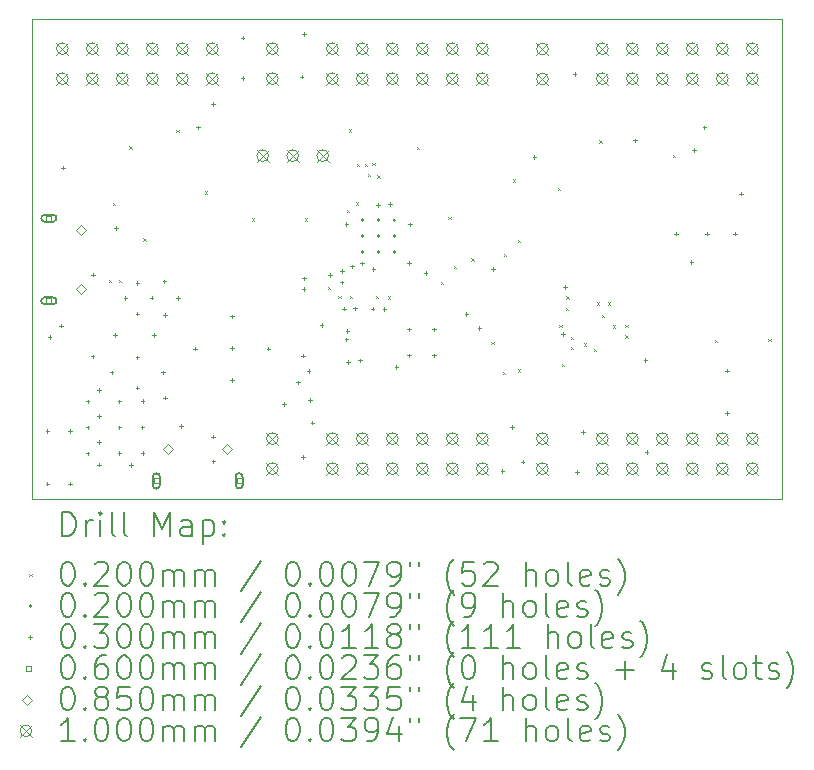
<source format=gbr>
%TF.GenerationSoftware,KiCad,Pcbnew,(6.0.7)*%
%TF.CreationDate,2022-09-05T12:57:27-07:00*%
%TF.ProjectId,ice2040,69636532-3034-4302-9e6b-696361645f70,1*%
%TF.SameCoordinates,Original*%
%TF.FileFunction,Drillmap*%
%TF.FilePolarity,Positive*%
%FSLAX45Y45*%
G04 Gerber Fmt 4.5, Leading zero omitted, Abs format (unit mm)*
G04 Created by KiCad (PCBNEW (6.0.7)) date 2022-09-05 12:57:27*
%MOMM*%
%LPD*%
G01*
G04 APERTURE LIST*
%ADD10C,0.100000*%
%ADD11C,0.200000*%
%ADD12C,0.020000*%
%ADD13C,0.030000*%
%ADD14C,0.060000*%
%ADD15C,0.085000*%
G04 APERTURE END LIST*
D10*
X10922000Y-8128000D02*
X17272000Y-8128000D01*
X17272000Y-8128000D02*
X17272000Y-12192000D01*
X17272000Y-12192000D02*
X10922000Y-12192000D01*
X10922000Y-12192000D02*
X10922000Y-8128000D01*
D11*
D12*
X11571600Y-10339200D02*
X11591600Y-10359200D01*
X11591600Y-10339200D02*
X11571600Y-10359200D01*
X11602000Y-9688000D02*
X11622000Y-9708000D01*
X11622000Y-9688000D02*
X11602000Y-9708000D01*
X11652500Y-10338700D02*
X11672500Y-10358700D01*
X11672500Y-10338700D02*
X11652500Y-10358700D01*
X11742000Y-9208000D02*
X11762000Y-9228000D01*
X11762000Y-9208000D02*
X11742000Y-9228000D01*
X11862000Y-9988000D02*
X11882000Y-10008000D01*
X11882000Y-9988000D02*
X11862000Y-10008000D01*
X12142000Y-9068000D02*
X12162000Y-9088000D01*
X12162000Y-9068000D02*
X12142000Y-9088000D01*
X12382000Y-9588000D02*
X12402000Y-9608000D01*
X12402000Y-9588000D02*
X12382000Y-9608000D01*
X12782000Y-9818000D02*
X12802000Y-9838000D01*
X12802000Y-9818000D02*
X12782000Y-9838000D01*
X13228414Y-9818002D02*
X13248414Y-9838002D01*
X13248414Y-9818002D02*
X13228414Y-9838002D01*
X13426000Y-10398000D02*
X13446000Y-10418000D01*
X13446000Y-10398000D02*
X13426000Y-10418000D01*
X13511000Y-10476000D02*
X13531000Y-10496000D01*
X13531000Y-10476000D02*
X13511000Y-10496000D01*
X13582000Y-9748000D02*
X13602000Y-9768000D01*
X13602000Y-9748000D02*
X13582000Y-9768000D01*
X13600000Y-9066000D02*
X13620000Y-9086000D01*
X13620000Y-9066000D02*
X13600000Y-9086000D01*
X13611523Y-10472788D02*
X13631523Y-10492788D01*
X13631523Y-10472788D02*
X13611523Y-10492788D01*
X13662000Y-9682770D02*
X13682000Y-9702770D01*
X13682000Y-9682770D02*
X13662000Y-9702770D01*
X13668000Y-9357000D02*
X13688000Y-9377000D01*
X13688000Y-9357000D02*
X13668000Y-9377000D01*
X13735000Y-9357000D02*
X13755000Y-9377000D01*
X13755000Y-9357000D02*
X13735000Y-9377000D01*
X13762000Y-9440000D02*
X13782000Y-9460000D01*
X13782000Y-9440000D02*
X13762000Y-9460000D01*
X13801000Y-9347000D02*
X13821000Y-9367000D01*
X13821000Y-9347000D02*
X13801000Y-9367000D01*
X13831000Y-10474000D02*
X13851000Y-10494000D01*
X13851000Y-10474000D02*
X13831000Y-10494000D01*
X13841000Y-9454000D02*
X13861000Y-9474000D01*
X13861000Y-9454000D02*
X13841000Y-9474000D01*
X13930000Y-10477000D02*
X13950000Y-10497000D01*
X13950000Y-10477000D02*
X13930000Y-10497000D01*
X14178000Y-9214000D02*
X14198000Y-9234000D01*
X14198000Y-9214000D02*
X14178000Y-9234000D01*
X14382000Y-10354770D02*
X14402000Y-10374770D01*
X14402000Y-10354770D02*
X14382000Y-10374770D01*
X14445000Y-9808000D02*
X14465000Y-9828000D01*
X14465000Y-9808000D02*
X14445000Y-9828000D01*
X14492000Y-10218000D02*
X14512000Y-10238000D01*
X14512000Y-10218000D02*
X14492000Y-10238000D01*
X14639000Y-10157000D02*
X14659000Y-10177000D01*
X14659000Y-10157000D02*
X14639000Y-10177000D01*
X14807000Y-10864000D02*
X14827000Y-10884000D01*
X14827000Y-10864000D02*
X14807000Y-10884000D01*
X14903000Y-11118000D02*
X14923000Y-11138000D01*
X14923000Y-11118000D02*
X14903000Y-11138000D01*
X14912000Y-10118000D02*
X14932000Y-10138000D01*
X14932000Y-10118000D02*
X14912000Y-10138000D01*
X14992000Y-9488000D02*
X15012000Y-9508000D01*
X15012000Y-9488000D02*
X14992000Y-9508000D01*
X15032000Y-9998000D02*
X15052000Y-10018000D01*
X15052000Y-9998000D02*
X15032000Y-10018000D01*
X15032000Y-11098000D02*
X15052000Y-11118000D01*
X15052000Y-11098000D02*
X15032000Y-11118000D01*
X15372000Y-9558000D02*
X15392000Y-9578000D01*
X15392000Y-9558000D02*
X15372000Y-9578000D01*
X15382000Y-10718000D02*
X15402000Y-10738000D01*
X15402000Y-10718000D02*
X15382000Y-10738000D01*
X15402000Y-11048000D02*
X15422000Y-11068000D01*
X15422000Y-11048000D02*
X15402000Y-11068000D01*
X15438385Y-10573530D02*
X15458385Y-10593530D01*
X15458385Y-10573530D02*
X15438385Y-10593530D01*
X15441385Y-10477530D02*
X15461385Y-10497530D01*
X15461385Y-10477530D02*
X15441385Y-10497530D01*
X15482000Y-10822215D02*
X15502000Y-10842215D01*
X15502000Y-10822215D02*
X15482000Y-10842215D01*
X15482000Y-10908000D02*
X15502000Y-10928000D01*
X15502000Y-10908000D02*
X15482000Y-10928000D01*
X15590451Y-10875165D02*
X15610451Y-10895165D01*
X15610451Y-10875165D02*
X15590451Y-10895165D01*
X15674679Y-10924560D02*
X15694679Y-10944560D01*
X15694679Y-10924560D02*
X15674679Y-10944560D01*
X15702000Y-10528000D02*
X15722000Y-10548000D01*
X15722000Y-10528000D02*
X15702000Y-10548000D01*
X15722000Y-9158000D02*
X15742000Y-9178000D01*
X15742000Y-9158000D02*
X15722000Y-9178000D01*
X15745150Y-10633400D02*
X15765150Y-10653400D01*
X15765150Y-10633400D02*
X15745150Y-10653400D01*
X15792000Y-10528000D02*
X15812000Y-10548000D01*
X15812000Y-10528000D02*
X15792000Y-10548000D01*
X15837023Y-10724793D02*
X15857023Y-10744793D01*
X15857023Y-10724793D02*
X15837023Y-10744793D01*
X15942000Y-10718000D02*
X15962000Y-10738000D01*
X15962000Y-10718000D02*
X15942000Y-10738000D01*
X15942000Y-10808000D02*
X15962000Y-10828000D01*
X15962000Y-10808000D02*
X15942000Y-10828000D01*
X16342000Y-9278000D02*
X16362000Y-9298000D01*
X16362000Y-9278000D02*
X16342000Y-9298000D01*
X16702000Y-10848000D02*
X16722000Y-10868000D01*
X16722000Y-10848000D02*
X16702000Y-10868000D01*
X17152000Y-10838000D02*
X17172000Y-10858000D01*
X17172000Y-10838000D02*
X17152000Y-10858000D01*
X13727000Y-9833000D02*
G75*
G03*
X13727000Y-9833000I-10000J0D01*
G01*
X13727000Y-9968000D02*
G75*
G03*
X13727000Y-9968000I-10000J0D01*
G01*
X13727000Y-10103000D02*
G75*
G03*
X13727000Y-10103000I-10000J0D01*
G01*
X13862000Y-9833000D02*
G75*
G03*
X13862000Y-9833000I-10000J0D01*
G01*
X13862000Y-9968000D02*
G75*
G03*
X13862000Y-9968000I-10000J0D01*
G01*
X13862000Y-10103000D02*
G75*
G03*
X13862000Y-10103000I-10000J0D01*
G01*
X13997000Y-9833000D02*
G75*
G03*
X13997000Y-9833000I-10000J0D01*
G01*
X13997000Y-9968000D02*
G75*
G03*
X13997000Y-9968000I-10000J0D01*
G01*
X13997000Y-10103000D02*
G75*
G03*
X13997000Y-10103000I-10000J0D01*
G01*
D13*
X11049000Y-11605500D02*
X11049000Y-11635500D01*
X11034000Y-11620500D02*
X11064000Y-11620500D01*
X11049000Y-12050000D02*
X11049000Y-12080000D01*
X11034000Y-12065000D02*
X11064000Y-12065000D01*
X11067000Y-10809000D02*
X11067000Y-10839000D01*
X11052000Y-10824000D02*
X11082000Y-10824000D01*
X11165000Y-10711000D02*
X11165000Y-10741000D01*
X11150000Y-10726000D02*
X11180000Y-10726000D01*
X11182000Y-9373000D02*
X11182000Y-9403000D01*
X11167000Y-9388000D02*
X11197000Y-9388000D01*
X11239500Y-11605500D02*
X11239500Y-11635500D01*
X11224500Y-11620500D02*
X11254500Y-11620500D01*
X11239500Y-12050000D02*
X11239500Y-12080000D01*
X11224500Y-12065000D02*
X11254500Y-12065000D01*
X11389000Y-11573000D02*
X11389000Y-11603000D01*
X11374000Y-11588000D02*
X11404000Y-11588000D01*
X11389000Y-11793000D02*
X11389000Y-11823000D01*
X11374000Y-11808000D02*
X11404000Y-11808000D01*
X11390000Y-11354000D02*
X11390000Y-11384000D01*
X11375000Y-11369000D02*
X11405000Y-11369000D01*
X11432000Y-10973000D02*
X11432000Y-11003000D01*
X11417000Y-10988000D02*
X11447000Y-10988000D01*
X11433000Y-10280000D02*
X11433000Y-10310000D01*
X11418000Y-10295000D02*
X11448000Y-10295000D01*
X11484000Y-11477000D02*
X11484000Y-11507000D01*
X11469000Y-11492000D02*
X11499000Y-11492000D01*
X11484000Y-11697000D02*
X11484000Y-11727000D01*
X11469000Y-11712000D02*
X11499000Y-11712000D01*
X11486000Y-11256000D02*
X11486000Y-11286000D01*
X11471000Y-11271000D02*
X11501000Y-11271000D01*
X11486000Y-11889000D02*
X11486000Y-11919000D01*
X11471000Y-11904000D02*
X11501000Y-11904000D01*
X11593000Y-11108000D02*
X11593000Y-11138000D01*
X11578000Y-11123000D02*
X11608000Y-11123000D01*
X11622000Y-10793000D02*
X11622000Y-10823000D01*
X11607000Y-10808000D02*
X11637000Y-10808000D01*
X11632000Y-9883000D02*
X11632000Y-9913000D01*
X11617000Y-9898000D02*
X11647000Y-9898000D01*
X11659000Y-11354000D02*
X11659000Y-11384000D01*
X11644000Y-11369000D02*
X11674000Y-11369000D01*
X11659000Y-11573000D02*
X11659000Y-11603000D01*
X11644000Y-11588000D02*
X11674000Y-11588000D01*
X11659000Y-11791000D02*
X11659000Y-11821000D01*
X11644000Y-11806000D02*
X11674000Y-11806000D01*
X11709000Y-10479000D02*
X11709000Y-10509000D01*
X11694000Y-10494000D02*
X11724000Y-10494000D01*
X11758000Y-11891000D02*
X11758000Y-11921000D01*
X11743000Y-11906000D02*
X11773000Y-11906000D01*
X11811000Y-10349000D02*
X11811000Y-10379000D01*
X11796000Y-10364000D02*
X11826000Y-10364000D01*
X11811000Y-10610000D02*
X11811000Y-10640000D01*
X11796000Y-10625000D02*
X11826000Y-10625000D01*
X11811000Y-11237000D02*
X11811000Y-11267000D01*
X11796000Y-11252000D02*
X11826000Y-11252000D01*
X11812000Y-10981000D02*
X11812000Y-11011000D01*
X11797000Y-10996000D02*
X11827000Y-10996000D01*
X11854000Y-11573000D02*
X11854000Y-11603000D01*
X11839000Y-11588000D02*
X11869000Y-11588000D01*
X11855000Y-11352000D02*
X11855000Y-11382000D01*
X11840000Y-11367000D02*
X11870000Y-11367000D01*
X11855000Y-11789000D02*
X11855000Y-11819000D01*
X11840000Y-11804000D02*
X11870000Y-11804000D01*
X11932400Y-10474900D02*
X11932400Y-10504900D01*
X11917400Y-10489900D02*
X11947400Y-10489900D01*
X11952000Y-10793000D02*
X11952000Y-10823000D01*
X11937000Y-10808000D02*
X11967000Y-10808000D01*
X12030000Y-11108000D02*
X12030000Y-11138000D01*
X12015000Y-11123000D02*
X12045000Y-11123000D01*
X12039700Y-10337900D02*
X12039700Y-10367900D01*
X12024700Y-10352900D02*
X12054700Y-10352900D01*
X12043000Y-10621600D02*
X12043000Y-10651600D01*
X12028000Y-10636600D02*
X12058000Y-10636600D01*
X12043000Y-11321000D02*
X12043000Y-11351000D01*
X12028000Y-11336000D02*
X12058000Y-11336000D01*
X12156900Y-10477700D02*
X12156900Y-10507700D01*
X12141900Y-10492700D02*
X12171900Y-10492700D01*
X12182000Y-11563000D02*
X12182000Y-11593000D01*
X12167000Y-11578000D02*
X12197000Y-11578000D01*
X12300000Y-10907000D02*
X12300000Y-10937000D01*
X12285000Y-10922000D02*
X12315000Y-10922000D01*
X12322000Y-9033000D02*
X12322000Y-9063000D01*
X12307000Y-9048000D02*
X12337000Y-9048000D01*
X12452000Y-8833000D02*
X12452000Y-8863000D01*
X12437000Y-8848000D02*
X12467000Y-8848000D01*
X12452000Y-11652000D02*
X12452000Y-11682000D01*
X12437000Y-11667000D02*
X12467000Y-11667000D01*
X12454000Y-11861000D02*
X12454000Y-11891000D01*
X12439000Y-11876000D02*
X12469000Y-11876000D01*
X12612000Y-10633000D02*
X12612000Y-10663000D01*
X12597000Y-10648000D02*
X12627000Y-10648000D01*
X12612000Y-10903000D02*
X12612000Y-10933000D01*
X12597000Y-10918000D02*
X12627000Y-10918000D01*
X12612000Y-11173000D02*
X12612000Y-11203000D01*
X12597000Y-11188000D02*
X12627000Y-11188000D01*
X12702000Y-8273000D02*
X12702000Y-8303000D01*
X12687000Y-8288000D02*
X12717000Y-8288000D01*
X12702000Y-8613000D02*
X12702000Y-8643000D01*
X12687000Y-8628000D02*
X12717000Y-8628000D01*
X12921000Y-10907000D02*
X12921000Y-10937000D01*
X12906000Y-10922000D02*
X12936000Y-10922000D01*
X13052000Y-11373000D02*
X13052000Y-11403000D01*
X13037000Y-11388000D02*
X13067000Y-11388000D01*
X13172000Y-11193000D02*
X13172000Y-11223000D01*
X13157000Y-11208000D02*
X13187000Y-11208000D01*
X13202000Y-8603000D02*
X13202000Y-8633000D01*
X13187000Y-8618000D02*
X13217000Y-8618000D01*
X13211250Y-10965000D02*
X13211250Y-10995000D01*
X13196250Y-10980000D02*
X13226250Y-10980000D01*
X13212000Y-11823000D02*
X13212000Y-11853000D01*
X13197000Y-11838000D02*
X13227000Y-11838000D01*
X13219000Y-10402000D02*
X13219000Y-10432000D01*
X13204000Y-10417000D02*
X13234000Y-10417000D01*
X13222000Y-8243000D02*
X13222000Y-8273000D01*
X13207000Y-8258000D02*
X13237000Y-8258000D01*
X13224000Y-10312000D02*
X13224000Y-10342000D01*
X13209000Y-10327000D02*
X13239000Y-10327000D01*
X13261250Y-11095000D02*
X13261250Y-11125000D01*
X13246250Y-11110000D02*
X13276250Y-11110000D01*
X13272000Y-11343000D02*
X13272000Y-11373000D01*
X13257000Y-11358000D02*
X13287000Y-11358000D01*
X13292000Y-11533000D02*
X13292000Y-11563000D01*
X13277000Y-11548000D02*
X13307000Y-11548000D01*
X13370000Y-10707000D02*
X13370000Y-10737000D01*
X13355000Y-10722000D02*
X13385000Y-10722000D01*
X13442000Y-10281000D02*
X13442000Y-10311000D01*
X13427000Y-10296000D02*
X13457000Y-10296000D01*
X13541000Y-10346000D02*
X13541000Y-10376000D01*
X13526000Y-10361000D02*
X13556000Y-10361000D01*
X13543174Y-10250410D02*
X13543174Y-10280410D01*
X13528174Y-10265410D02*
X13558174Y-10265410D01*
X13560000Y-10568000D02*
X13560000Y-10598000D01*
X13545000Y-10583000D02*
X13575000Y-10583000D01*
X13581000Y-9853000D02*
X13581000Y-9883000D01*
X13566000Y-9868000D02*
X13596000Y-9868000D01*
X13581000Y-10829000D02*
X13581000Y-10859000D01*
X13566000Y-10844000D02*
X13596000Y-10844000D01*
X13590000Y-10755000D02*
X13590000Y-10785000D01*
X13575000Y-10770000D02*
X13605000Y-10770000D01*
X13596000Y-11019000D02*
X13596000Y-11049000D01*
X13581000Y-11034000D02*
X13611000Y-11034000D01*
X13630214Y-10210049D02*
X13630214Y-10240049D01*
X13615214Y-10225049D02*
X13645214Y-10225049D01*
X13653565Y-10565110D02*
X13653565Y-10595110D01*
X13638565Y-10580110D02*
X13668565Y-10580110D01*
X13697000Y-11006000D02*
X13697000Y-11036000D01*
X13682000Y-11021000D02*
X13712000Y-11021000D01*
X13714000Y-10184000D02*
X13714000Y-10214000D01*
X13699000Y-10199000D02*
X13729000Y-10199000D01*
X13802000Y-10568000D02*
X13802000Y-10598000D01*
X13787000Y-10583000D02*
X13817000Y-10583000D01*
X13809429Y-10233571D02*
X13809429Y-10263571D01*
X13794429Y-10248571D02*
X13824429Y-10248571D01*
X13846000Y-9689000D02*
X13846000Y-9719000D01*
X13831000Y-9704000D02*
X13861000Y-9704000D01*
X13903000Y-10569000D02*
X13903000Y-10599000D01*
X13888000Y-10584000D02*
X13918000Y-10584000D01*
X13952000Y-9682000D02*
X13952000Y-9712000D01*
X13937000Y-9697000D02*
X13967000Y-9697000D01*
X14004000Y-11062000D02*
X14004000Y-11092000D01*
X13989000Y-11077000D02*
X14019000Y-11077000D01*
X14111000Y-10182000D02*
X14111000Y-10212000D01*
X14096000Y-10197000D02*
X14126000Y-10197000D01*
X14112000Y-10743000D02*
X14112000Y-10773000D01*
X14097000Y-10758000D02*
X14127000Y-10758000D01*
X14112000Y-10963000D02*
X14112000Y-10993000D01*
X14097000Y-10978000D02*
X14127000Y-10978000D01*
X14121000Y-9854000D02*
X14121000Y-9884000D01*
X14106000Y-9869000D02*
X14136000Y-9869000D01*
X14252016Y-10265695D02*
X14252016Y-10295695D01*
X14237016Y-10280695D02*
X14267016Y-10280695D01*
X14322000Y-10743000D02*
X14322000Y-10773000D01*
X14307000Y-10758000D02*
X14337000Y-10758000D01*
X14322000Y-10963000D02*
X14322000Y-10993000D01*
X14307000Y-10978000D02*
X14337000Y-10978000D01*
X14596000Y-10615000D02*
X14596000Y-10645000D01*
X14581000Y-10630000D02*
X14611000Y-10630000D01*
X14707000Y-10731000D02*
X14707000Y-10761000D01*
X14692000Y-10746000D02*
X14722000Y-10746000D01*
X14821000Y-10232000D02*
X14821000Y-10262000D01*
X14806000Y-10247000D02*
X14836000Y-10247000D01*
X14902000Y-11943000D02*
X14902000Y-11973000D01*
X14887000Y-11958000D02*
X14917000Y-11958000D01*
X14983000Y-11571000D02*
X14983000Y-11601000D01*
X14968000Y-11586000D02*
X14998000Y-11586000D01*
X15072000Y-11863000D02*
X15072000Y-11893000D01*
X15057000Y-11878000D02*
X15087000Y-11878000D01*
X15172000Y-9283000D02*
X15172000Y-9313000D01*
X15157000Y-9298000D02*
X15187000Y-9298000D01*
X15413501Y-10783963D02*
X15413501Y-10813963D01*
X15398501Y-10798963D02*
X15428501Y-10798963D01*
X15432000Y-10383000D02*
X15432000Y-10413000D01*
X15417000Y-10398000D02*
X15447000Y-10398000D01*
X15512000Y-8583000D02*
X15512000Y-8613000D01*
X15497000Y-8598000D02*
X15527000Y-8598000D01*
X15532000Y-11953000D02*
X15532000Y-11983000D01*
X15517000Y-11968000D02*
X15547000Y-11968000D01*
X15582000Y-11613000D02*
X15582000Y-11643000D01*
X15567000Y-11628000D02*
X15597000Y-11628000D01*
X16022000Y-9143000D02*
X16022000Y-9173000D01*
X16007000Y-9158000D02*
X16037000Y-9158000D01*
X16112000Y-11003000D02*
X16112000Y-11033000D01*
X16097000Y-11018000D02*
X16127000Y-11018000D01*
X16122000Y-11783000D02*
X16122000Y-11813000D01*
X16107000Y-11798000D02*
X16137000Y-11798000D01*
X16372000Y-9933000D02*
X16372000Y-9963000D01*
X16357000Y-9948000D02*
X16387000Y-9948000D01*
X16502000Y-10173000D02*
X16502000Y-10203000D01*
X16487000Y-10188000D02*
X16517000Y-10188000D01*
X16522000Y-9223000D02*
X16522000Y-9253000D01*
X16507000Y-9238000D02*
X16537000Y-9238000D01*
X16612000Y-9033000D02*
X16612000Y-9063000D01*
X16597000Y-9048000D02*
X16627000Y-9048000D01*
X16632000Y-9933000D02*
X16632000Y-9963000D01*
X16617000Y-9948000D02*
X16647000Y-9948000D01*
X16802000Y-11093000D02*
X16802000Y-11123000D01*
X16787000Y-11108000D02*
X16817000Y-11108000D01*
X16802000Y-11453000D02*
X16802000Y-11483000D01*
X16787000Y-11468000D02*
X16817000Y-11468000D01*
X16872000Y-9933000D02*
X16872000Y-9963000D01*
X16857000Y-9948000D02*
X16887000Y-9948000D01*
X16922000Y-9593000D02*
X16922000Y-9623000D01*
X16907000Y-9608000D02*
X16937000Y-9608000D01*
D14*
X11083213Y-9838463D02*
X11083213Y-9796037D01*
X11040787Y-9796037D01*
X11040787Y-9838463D01*
X11083213Y-9838463D01*
D11*
X11027000Y-9847250D02*
X11097000Y-9847250D01*
X11027000Y-9787250D02*
X11097000Y-9787250D01*
X11097000Y-9847250D02*
G75*
G03*
X11097000Y-9787250I0J30000D01*
G01*
X11027000Y-9787250D02*
G75*
G03*
X11027000Y-9847250I0J-30000D01*
G01*
D14*
X11083213Y-10538463D02*
X11083213Y-10496037D01*
X11040787Y-10496037D01*
X11040787Y-10538463D01*
X11083213Y-10538463D01*
D11*
X11097000Y-10487250D02*
X11027000Y-10487250D01*
X11097000Y-10547250D02*
X11027000Y-10547250D01*
X11027000Y-10487250D02*
G75*
G03*
X11027000Y-10547250I0J-30000D01*
G01*
X11097000Y-10547250D02*
G75*
G03*
X11097000Y-10487250I0J30000D01*
G01*
D14*
X11993213Y-12062963D02*
X11993213Y-12020537D01*
X11950787Y-12020537D01*
X11950787Y-12062963D01*
X11993213Y-12062963D01*
D11*
X12002000Y-12076750D02*
X12002000Y-12006750D01*
X11942000Y-12076750D02*
X11942000Y-12006750D01*
X12002000Y-12006750D02*
G75*
G03*
X11942000Y-12006750I-30000J0D01*
G01*
X11942000Y-12076750D02*
G75*
G03*
X12002000Y-12076750I30000J0D01*
G01*
D14*
X12693213Y-12062963D02*
X12693213Y-12020537D01*
X12650787Y-12020537D01*
X12650787Y-12062963D01*
X12693213Y-12062963D01*
D11*
X12642000Y-12006750D02*
X12642000Y-12076750D01*
X12702000Y-12006750D02*
X12702000Y-12076750D01*
X12642000Y-12076750D02*
G75*
G03*
X12702000Y-12076750I30000J0D01*
G01*
X12702000Y-12006750D02*
G75*
G03*
X12642000Y-12006750I-30000J0D01*
G01*
D15*
X11332000Y-9959750D02*
X11374500Y-9917250D01*
X11332000Y-9874750D01*
X11289500Y-9917250D01*
X11332000Y-9959750D01*
X11332000Y-10459750D02*
X11374500Y-10417250D01*
X11332000Y-10374750D01*
X11289500Y-10417250D01*
X11332000Y-10459750D01*
X12072000Y-11814250D02*
X12114500Y-11771750D01*
X12072000Y-11729250D01*
X12029500Y-11771750D01*
X12072000Y-11814250D01*
X12572000Y-11814250D02*
X12614500Y-11771750D01*
X12572000Y-11729250D01*
X12529500Y-11771750D01*
X12572000Y-11814250D01*
D10*
X11126000Y-8332500D02*
X11226000Y-8432500D01*
X11226000Y-8332500D02*
X11126000Y-8432500D01*
X11226000Y-8382500D02*
G75*
G03*
X11226000Y-8382500I-50000J0D01*
G01*
X11126000Y-8586500D02*
X11226000Y-8686500D01*
X11226000Y-8586500D02*
X11126000Y-8686500D01*
X11226000Y-8636500D02*
G75*
G03*
X11226000Y-8636500I-50000J0D01*
G01*
X11380000Y-8332500D02*
X11480000Y-8432500D01*
X11480000Y-8332500D02*
X11380000Y-8432500D01*
X11480000Y-8382500D02*
G75*
G03*
X11480000Y-8382500I-50000J0D01*
G01*
X11380000Y-8586500D02*
X11480000Y-8686500D01*
X11480000Y-8586500D02*
X11380000Y-8686500D01*
X11480000Y-8636500D02*
G75*
G03*
X11480000Y-8636500I-50000J0D01*
G01*
X11634000Y-8332500D02*
X11734000Y-8432500D01*
X11734000Y-8332500D02*
X11634000Y-8432500D01*
X11734000Y-8382500D02*
G75*
G03*
X11734000Y-8382500I-50000J0D01*
G01*
X11634000Y-8586500D02*
X11734000Y-8686500D01*
X11734000Y-8586500D02*
X11634000Y-8686500D01*
X11734000Y-8636500D02*
G75*
G03*
X11734000Y-8636500I-50000J0D01*
G01*
X11888000Y-8332500D02*
X11988000Y-8432500D01*
X11988000Y-8332500D02*
X11888000Y-8432500D01*
X11988000Y-8382500D02*
G75*
G03*
X11988000Y-8382500I-50000J0D01*
G01*
X11888000Y-8586500D02*
X11988000Y-8686500D01*
X11988000Y-8586500D02*
X11888000Y-8686500D01*
X11988000Y-8636500D02*
G75*
G03*
X11988000Y-8636500I-50000J0D01*
G01*
X12142000Y-8332500D02*
X12242000Y-8432500D01*
X12242000Y-8332500D02*
X12142000Y-8432500D01*
X12242000Y-8382500D02*
G75*
G03*
X12242000Y-8382500I-50000J0D01*
G01*
X12142000Y-8586500D02*
X12242000Y-8686500D01*
X12242000Y-8586500D02*
X12142000Y-8686500D01*
X12242000Y-8636500D02*
G75*
G03*
X12242000Y-8636500I-50000J0D01*
G01*
X12396000Y-8332500D02*
X12496000Y-8432500D01*
X12496000Y-8332500D02*
X12396000Y-8432500D01*
X12496000Y-8382500D02*
G75*
G03*
X12496000Y-8382500I-50000J0D01*
G01*
X12396000Y-8586500D02*
X12496000Y-8686500D01*
X12496000Y-8586500D02*
X12396000Y-8686500D01*
X12496000Y-8636500D02*
G75*
G03*
X12496000Y-8636500I-50000J0D01*
G01*
X12822000Y-9238000D02*
X12922000Y-9338000D01*
X12922000Y-9238000D02*
X12822000Y-9338000D01*
X12922000Y-9288000D02*
G75*
G03*
X12922000Y-9288000I-50000J0D01*
G01*
X12904000Y-8332000D02*
X13004000Y-8432000D01*
X13004000Y-8332000D02*
X12904000Y-8432000D01*
X13004000Y-8382000D02*
G75*
G03*
X13004000Y-8382000I-50000J0D01*
G01*
X12904000Y-8586000D02*
X13004000Y-8686000D01*
X13004000Y-8586000D02*
X12904000Y-8686000D01*
X13004000Y-8636000D02*
G75*
G03*
X13004000Y-8636000I-50000J0D01*
G01*
X12904000Y-11633500D02*
X13004000Y-11733500D01*
X13004000Y-11633500D02*
X12904000Y-11733500D01*
X13004000Y-11683500D02*
G75*
G03*
X13004000Y-11683500I-50000J0D01*
G01*
X12904000Y-11887500D02*
X13004000Y-11987500D01*
X13004000Y-11887500D02*
X12904000Y-11987500D01*
X13004000Y-11937500D02*
G75*
G03*
X13004000Y-11937500I-50000J0D01*
G01*
X13076000Y-9238000D02*
X13176000Y-9338000D01*
X13176000Y-9238000D02*
X13076000Y-9338000D01*
X13176000Y-9288000D02*
G75*
G03*
X13176000Y-9288000I-50000J0D01*
G01*
X13330000Y-9238000D02*
X13430000Y-9338000D01*
X13430000Y-9238000D02*
X13330000Y-9338000D01*
X13430000Y-9288000D02*
G75*
G03*
X13430000Y-9288000I-50000J0D01*
G01*
X13412000Y-8332500D02*
X13512000Y-8432500D01*
X13512000Y-8332500D02*
X13412000Y-8432500D01*
X13512000Y-8382500D02*
G75*
G03*
X13512000Y-8382500I-50000J0D01*
G01*
X13412000Y-8586500D02*
X13512000Y-8686500D01*
X13512000Y-8586500D02*
X13412000Y-8686500D01*
X13512000Y-8636500D02*
G75*
G03*
X13512000Y-8636500I-50000J0D01*
G01*
X13412000Y-11634000D02*
X13512000Y-11734000D01*
X13512000Y-11634000D02*
X13412000Y-11734000D01*
X13512000Y-11684000D02*
G75*
G03*
X13512000Y-11684000I-50000J0D01*
G01*
X13412000Y-11888000D02*
X13512000Y-11988000D01*
X13512000Y-11888000D02*
X13412000Y-11988000D01*
X13512000Y-11938000D02*
G75*
G03*
X13512000Y-11938000I-50000J0D01*
G01*
X13666000Y-8332500D02*
X13766000Y-8432500D01*
X13766000Y-8332500D02*
X13666000Y-8432500D01*
X13766000Y-8382500D02*
G75*
G03*
X13766000Y-8382500I-50000J0D01*
G01*
X13666000Y-8586500D02*
X13766000Y-8686500D01*
X13766000Y-8586500D02*
X13666000Y-8686500D01*
X13766000Y-8636500D02*
G75*
G03*
X13766000Y-8636500I-50000J0D01*
G01*
X13666000Y-11634000D02*
X13766000Y-11734000D01*
X13766000Y-11634000D02*
X13666000Y-11734000D01*
X13766000Y-11684000D02*
G75*
G03*
X13766000Y-11684000I-50000J0D01*
G01*
X13666000Y-11888000D02*
X13766000Y-11988000D01*
X13766000Y-11888000D02*
X13666000Y-11988000D01*
X13766000Y-11938000D02*
G75*
G03*
X13766000Y-11938000I-50000J0D01*
G01*
X13920000Y-8332500D02*
X14020000Y-8432500D01*
X14020000Y-8332500D02*
X13920000Y-8432500D01*
X14020000Y-8382500D02*
G75*
G03*
X14020000Y-8382500I-50000J0D01*
G01*
X13920000Y-8586500D02*
X14020000Y-8686500D01*
X14020000Y-8586500D02*
X13920000Y-8686500D01*
X14020000Y-8636500D02*
G75*
G03*
X14020000Y-8636500I-50000J0D01*
G01*
X13920000Y-11634000D02*
X14020000Y-11734000D01*
X14020000Y-11634000D02*
X13920000Y-11734000D01*
X14020000Y-11684000D02*
G75*
G03*
X14020000Y-11684000I-50000J0D01*
G01*
X13920000Y-11888000D02*
X14020000Y-11988000D01*
X14020000Y-11888000D02*
X13920000Y-11988000D01*
X14020000Y-11938000D02*
G75*
G03*
X14020000Y-11938000I-50000J0D01*
G01*
X14174000Y-8332500D02*
X14274000Y-8432500D01*
X14274000Y-8332500D02*
X14174000Y-8432500D01*
X14274000Y-8382500D02*
G75*
G03*
X14274000Y-8382500I-50000J0D01*
G01*
X14174000Y-8586500D02*
X14274000Y-8686500D01*
X14274000Y-8586500D02*
X14174000Y-8686500D01*
X14274000Y-8636500D02*
G75*
G03*
X14274000Y-8636500I-50000J0D01*
G01*
X14174000Y-11634000D02*
X14274000Y-11734000D01*
X14274000Y-11634000D02*
X14174000Y-11734000D01*
X14274000Y-11684000D02*
G75*
G03*
X14274000Y-11684000I-50000J0D01*
G01*
X14174000Y-11888000D02*
X14274000Y-11988000D01*
X14274000Y-11888000D02*
X14174000Y-11988000D01*
X14274000Y-11938000D02*
G75*
G03*
X14274000Y-11938000I-50000J0D01*
G01*
X14428000Y-8332500D02*
X14528000Y-8432500D01*
X14528000Y-8332500D02*
X14428000Y-8432500D01*
X14528000Y-8382500D02*
G75*
G03*
X14528000Y-8382500I-50000J0D01*
G01*
X14428000Y-8586500D02*
X14528000Y-8686500D01*
X14528000Y-8586500D02*
X14428000Y-8686500D01*
X14528000Y-8636500D02*
G75*
G03*
X14528000Y-8636500I-50000J0D01*
G01*
X14428000Y-11634000D02*
X14528000Y-11734000D01*
X14528000Y-11634000D02*
X14428000Y-11734000D01*
X14528000Y-11684000D02*
G75*
G03*
X14528000Y-11684000I-50000J0D01*
G01*
X14428000Y-11888000D02*
X14528000Y-11988000D01*
X14528000Y-11888000D02*
X14428000Y-11988000D01*
X14528000Y-11938000D02*
G75*
G03*
X14528000Y-11938000I-50000J0D01*
G01*
X14682000Y-8332500D02*
X14782000Y-8432500D01*
X14782000Y-8332500D02*
X14682000Y-8432500D01*
X14782000Y-8382500D02*
G75*
G03*
X14782000Y-8382500I-50000J0D01*
G01*
X14682000Y-8586500D02*
X14782000Y-8686500D01*
X14782000Y-8586500D02*
X14682000Y-8686500D01*
X14782000Y-8636500D02*
G75*
G03*
X14782000Y-8636500I-50000J0D01*
G01*
X14682000Y-11634000D02*
X14782000Y-11734000D01*
X14782000Y-11634000D02*
X14682000Y-11734000D01*
X14782000Y-11684000D02*
G75*
G03*
X14782000Y-11684000I-50000J0D01*
G01*
X14682000Y-11888000D02*
X14782000Y-11988000D01*
X14782000Y-11888000D02*
X14682000Y-11988000D01*
X14782000Y-11938000D02*
G75*
G03*
X14782000Y-11938000I-50000J0D01*
G01*
X15190000Y-8334000D02*
X15290000Y-8434000D01*
X15290000Y-8334000D02*
X15190000Y-8434000D01*
X15290000Y-8384000D02*
G75*
G03*
X15290000Y-8384000I-50000J0D01*
G01*
X15190000Y-8588000D02*
X15290000Y-8688000D01*
X15290000Y-8588000D02*
X15190000Y-8688000D01*
X15290000Y-8638000D02*
G75*
G03*
X15290000Y-8638000I-50000J0D01*
G01*
X15190000Y-11633500D02*
X15290000Y-11733500D01*
X15290000Y-11633500D02*
X15190000Y-11733500D01*
X15290000Y-11683500D02*
G75*
G03*
X15290000Y-11683500I-50000J0D01*
G01*
X15190000Y-11887500D02*
X15290000Y-11987500D01*
X15290000Y-11887500D02*
X15190000Y-11987500D01*
X15290000Y-11937500D02*
G75*
G03*
X15290000Y-11937500I-50000J0D01*
G01*
X15698000Y-8332500D02*
X15798000Y-8432500D01*
X15798000Y-8332500D02*
X15698000Y-8432500D01*
X15798000Y-8382500D02*
G75*
G03*
X15798000Y-8382500I-50000J0D01*
G01*
X15698000Y-8586500D02*
X15798000Y-8686500D01*
X15798000Y-8586500D02*
X15698000Y-8686500D01*
X15798000Y-8636500D02*
G75*
G03*
X15798000Y-8636500I-50000J0D01*
G01*
X15698000Y-11634000D02*
X15798000Y-11734000D01*
X15798000Y-11634000D02*
X15698000Y-11734000D01*
X15798000Y-11684000D02*
G75*
G03*
X15798000Y-11684000I-50000J0D01*
G01*
X15698000Y-11888000D02*
X15798000Y-11988000D01*
X15798000Y-11888000D02*
X15698000Y-11988000D01*
X15798000Y-11938000D02*
G75*
G03*
X15798000Y-11938000I-50000J0D01*
G01*
X15952000Y-8332500D02*
X16052000Y-8432500D01*
X16052000Y-8332500D02*
X15952000Y-8432500D01*
X16052000Y-8382500D02*
G75*
G03*
X16052000Y-8382500I-50000J0D01*
G01*
X15952000Y-8586500D02*
X16052000Y-8686500D01*
X16052000Y-8586500D02*
X15952000Y-8686500D01*
X16052000Y-8636500D02*
G75*
G03*
X16052000Y-8636500I-50000J0D01*
G01*
X15952000Y-11634000D02*
X16052000Y-11734000D01*
X16052000Y-11634000D02*
X15952000Y-11734000D01*
X16052000Y-11684000D02*
G75*
G03*
X16052000Y-11684000I-50000J0D01*
G01*
X15952000Y-11888000D02*
X16052000Y-11988000D01*
X16052000Y-11888000D02*
X15952000Y-11988000D01*
X16052000Y-11938000D02*
G75*
G03*
X16052000Y-11938000I-50000J0D01*
G01*
X16206000Y-8332500D02*
X16306000Y-8432500D01*
X16306000Y-8332500D02*
X16206000Y-8432500D01*
X16306000Y-8382500D02*
G75*
G03*
X16306000Y-8382500I-50000J0D01*
G01*
X16206000Y-8586500D02*
X16306000Y-8686500D01*
X16306000Y-8586500D02*
X16206000Y-8686500D01*
X16306000Y-8636500D02*
G75*
G03*
X16306000Y-8636500I-50000J0D01*
G01*
X16206000Y-11634000D02*
X16306000Y-11734000D01*
X16306000Y-11634000D02*
X16206000Y-11734000D01*
X16306000Y-11684000D02*
G75*
G03*
X16306000Y-11684000I-50000J0D01*
G01*
X16206000Y-11888000D02*
X16306000Y-11988000D01*
X16306000Y-11888000D02*
X16206000Y-11988000D01*
X16306000Y-11938000D02*
G75*
G03*
X16306000Y-11938000I-50000J0D01*
G01*
X16460000Y-8332500D02*
X16560000Y-8432500D01*
X16560000Y-8332500D02*
X16460000Y-8432500D01*
X16560000Y-8382500D02*
G75*
G03*
X16560000Y-8382500I-50000J0D01*
G01*
X16460000Y-8586500D02*
X16560000Y-8686500D01*
X16560000Y-8586500D02*
X16460000Y-8686500D01*
X16560000Y-8636500D02*
G75*
G03*
X16560000Y-8636500I-50000J0D01*
G01*
X16460000Y-11634000D02*
X16560000Y-11734000D01*
X16560000Y-11634000D02*
X16460000Y-11734000D01*
X16560000Y-11684000D02*
G75*
G03*
X16560000Y-11684000I-50000J0D01*
G01*
X16460000Y-11888000D02*
X16560000Y-11988000D01*
X16560000Y-11888000D02*
X16460000Y-11988000D01*
X16560000Y-11938000D02*
G75*
G03*
X16560000Y-11938000I-50000J0D01*
G01*
X16714000Y-8332500D02*
X16814000Y-8432500D01*
X16814000Y-8332500D02*
X16714000Y-8432500D01*
X16814000Y-8382500D02*
G75*
G03*
X16814000Y-8382500I-50000J0D01*
G01*
X16714000Y-8586500D02*
X16814000Y-8686500D01*
X16814000Y-8586500D02*
X16714000Y-8686500D01*
X16814000Y-8636500D02*
G75*
G03*
X16814000Y-8636500I-50000J0D01*
G01*
X16714000Y-11634000D02*
X16814000Y-11734000D01*
X16814000Y-11634000D02*
X16714000Y-11734000D01*
X16814000Y-11684000D02*
G75*
G03*
X16814000Y-11684000I-50000J0D01*
G01*
X16714000Y-11888000D02*
X16814000Y-11988000D01*
X16814000Y-11888000D02*
X16714000Y-11988000D01*
X16814000Y-11938000D02*
G75*
G03*
X16814000Y-11938000I-50000J0D01*
G01*
X16968000Y-8332500D02*
X17068000Y-8432500D01*
X17068000Y-8332500D02*
X16968000Y-8432500D01*
X17068000Y-8382500D02*
G75*
G03*
X17068000Y-8382500I-50000J0D01*
G01*
X16968000Y-8586500D02*
X17068000Y-8686500D01*
X17068000Y-8586500D02*
X16968000Y-8686500D01*
X17068000Y-8636500D02*
G75*
G03*
X17068000Y-8636500I-50000J0D01*
G01*
X16968000Y-11634000D02*
X17068000Y-11734000D01*
X17068000Y-11634000D02*
X16968000Y-11734000D01*
X17068000Y-11684000D02*
G75*
G03*
X17068000Y-11684000I-50000J0D01*
G01*
X16968000Y-11888000D02*
X17068000Y-11988000D01*
X17068000Y-11888000D02*
X16968000Y-11988000D01*
X17068000Y-11938000D02*
G75*
G03*
X17068000Y-11938000I-50000J0D01*
G01*
D11*
X11174619Y-12507476D02*
X11174619Y-12307476D01*
X11222238Y-12307476D01*
X11250809Y-12317000D01*
X11269857Y-12336048D01*
X11279381Y-12355095D01*
X11288905Y-12393190D01*
X11288905Y-12421762D01*
X11279381Y-12459857D01*
X11269857Y-12478905D01*
X11250809Y-12497952D01*
X11222238Y-12507476D01*
X11174619Y-12507476D01*
X11374619Y-12507476D02*
X11374619Y-12374143D01*
X11374619Y-12412238D02*
X11384143Y-12393190D01*
X11393667Y-12383667D01*
X11412714Y-12374143D01*
X11431762Y-12374143D01*
X11498428Y-12507476D02*
X11498428Y-12374143D01*
X11498428Y-12307476D02*
X11488905Y-12317000D01*
X11498428Y-12326524D01*
X11507952Y-12317000D01*
X11498428Y-12307476D01*
X11498428Y-12326524D01*
X11622238Y-12507476D02*
X11603190Y-12497952D01*
X11593667Y-12478905D01*
X11593667Y-12307476D01*
X11727000Y-12507476D02*
X11707952Y-12497952D01*
X11698428Y-12478905D01*
X11698428Y-12307476D01*
X11955571Y-12507476D02*
X11955571Y-12307476D01*
X12022238Y-12450333D01*
X12088905Y-12307476D01*
X12088905Y-12507476D01*
X12269857Y-12507476D02*
X12269857Y-12402714D01*
X12260333Y-12383667D01*
X12241286Y-12374143D01*
X12203190Y-12374143D01*
X12184143Y-12383667D01*
X12269857Y-12497952D02*
X12250809Y-12507476D01*
X12203190Y-12507476D01*
X12184143Y-12497952D01*
X12174619Y-12478905D01*
X12174619Y-12459857D01*
X12184143Y-12440809D01*
X12203190Y-12431286D01*
X12250809Y-12431286D01*
X12269857Y-12421762D01*
X12365095Y-12374143D02*
X12365095Y-12574143D01*
X12365095Y-12383667D02*
X12384143Y-12374143D01*
X12422238Y-12374143D01*
X12441286Y-12383667D01*
X12450809Y-12393190D01*
X12460333Y-12412238D01*
X12460333Y-12469381D01*
X12450809Y-12488428D01*
X12441286Y-12497952D01*
X12422238Y-12507476D01*
X12384143Y-12507476D01*
X12365095Y-12497952D01*
X12546048Y-12488428D02*
X12555571Y-12497952D01*
X12546048Y-12507476D01*
X12536524Y-12497952D01*
X12546048Y-12488428D01*
X12546048Y-12507476D01*
X12546048Y-12383667D02*
X12555571Y-12393190D01*
X12546048Y-12402714D01*
X12536524Y-12393190D01*
X12546048Y-12383667D01*
X12546048Y-12402714D01*
D12*
X10897000Y-12827000D02*
X10917000Y-12847000D01*
X10917000Y-12827000D02*
X10897000Y-12847000D01*
D11*
X11212714Y-12727476D02*
X11231762Y-12727476D01*
X11250809Y-12737000D01*
X11260333Y-12746524D01*
X11269857Y-12765571D01*
X11279381Y-12803667D01*
X11279381Y-12851286D01*
X11269857Y-12889381D01*
X11260333Y-12908428D01*
X11250809Y-12917952D01*
X11231762Y-12927476D01*
X11212714Y-12927476D01*
X11193667Y-12917952D01*
X11184143Y-12908428D01*
X11174619Y-12889381D01*
X11165095Y-12851286D01*
X11165095Y-12803667D01*
X11174619Y-12765571D01*
X11184143Y-12746524D01*
X11193667Y-12737000D01*
X11212714Y-12727476D01*
X11365095Y-12908428D02*
X11374619Y-12917952D01*
X11365095Y-12927476D01*
X11355571Y-12917952D01*
X11365095Y-12908428D01*
X11365095Y-12927476D01*
X11450809Y-12746524D02*
X11460333Y-12737000D01*
X11479381Y-12727476D01*
X11527000Y-12727476D01*
X11546048Y-12737000D01*
X11555571Y-12746524D01*
X11565095Y-12765571D01*
X11565095Y-12784619D01*
X11555571Y-12813190D01*
X11441286Y-12927476D01*
X11565095Y-12927476D01*
X11688905Y-12727476D02*
X11707952Y-12727476D01*
X11727000Y-12737000D01*
X11736524Y-12746524D01*
X11746048Y-12765571D01*
X11755571Y-12803667D01*
X11755571Y-12851286D01*
X11746048Y-12889381D01*
X11736524Y-12908428D01*
X11727000Y-12917952D01*
X11707952Y-12927476D01*
X11688905Y-12927476D01*
X11669857Y-12917952D01*
X11660333Y-12908428D01*
X11650809Y-12889381D01*
X11641286Y-12851286D01*
X11641286Y-12803667D01*
X11650809Y-12765571D01*
X11660333Y-12746524D01*
X11669857Y-12737000D01*
X11688905Y-12727476D01*
X11879381Y-12727476D02*
X11898428Y-12727476D01*
X11917476Y-12737000D01*
X11927000Y-12746524D01*
X11936524Y-12765571D01*
X11946048Y-12803667D01*
X11946048Y-12851286D01*
X11936524Y-12889381D01*
X11927000Y-12908428D01*
X11917476Y-12917952D01*
X11898428Y-12927476D01*
X11879381Y-12927476D01*
X11860333Y-12917952D01*
X11850809Y-12908428D01*
X11841286Y-12889381D01*
X11831762Y-12851286D01*
X11831762Y-12803667D01*
X11841286Y-12765571D01*
X11850809Y-12746524D01*
X11860333Y-12737000D01*
X11879381Y-12727476D01*
X12031762Y-12927476D02*
X12031762Y-12794143D01*
X12031762Y-12813190D02*
X12041286Y-12803667D01*
X12060333Y-12794143D01*
X12088905Y-12794143D01*
X12107952Y-12803667D01*
X12117476Y-12822714D01*
X12117476Y-12927476D01*
X12117476Y-12822714D02*
X12127000Y-12803667D01*
X12146048Y-12794143D01*
X12174619Y-12794143D01*
X12193667Y-12803667D01*
X12203190Y-12822714D01*
X12203190Y-12927476D01*
X12298428Y-12927476D02*
X12298428Y-12794143D01*
X12298428Y-12813190D02*
X12307952Y-12803667D01*
X12327000Y-12794143D01*
X12355571Y-12794143D01*
X12374619Y-12803667D01*
X12384143Y-12822714D01*
X12384143Y-12927476D01*
X12384143Y-12822714D02*
X12393667Y-12803667D01*
X12412714Y-12794143D01*
X12441286Y-12794143D01*
X12460333Y-12803667D01*
X12469857Y-12822714D01*
X12469857Y-12927476D01*
X12860333Y-12717952D02*
X12688905Y-12975095D01*
X13117476Y-12727476D02*
X13136524Y-12727476D01*
X13155571Y-12737000D01*
X13165095Y-12746524D01*
X13174619Y-12765571D01*
X13184143Y-12803667D01*
X13184143Y-12851286D01*
X13174619Y-12889381D01*
X13165095Y-12908428D01*
X13155571Y-12917952D01*
X13136524Y-12927476D01*
X13117476Y-12927476D01*
X13098428Y-12917952D01*
X13088905Y-12908428D01*
X13079381Y-12889381D01*
X13069857Y-12851286D01*
X13069857Y-12803667D01*
X13079381Y-12765571D01*
X13088905Y-12746524D01*
X13098428Y-12737000D01*
X13117476Y-12727476D01*
X13269857Y-12908428D02*
X13279381Y-12917952D01*
X13269857Y-12927476D01*
X13260333Y-12917952D01*
X13269857Y-12908428D01*
X13269857Y-12927476D01*
X13403190Y-12727476D02*
X13422238Y-12727476D01*
X13441286Y-12737000D01*
X13450809Y-12746524D01*
X13460333Y-12765571D01*
X13469857Y-12803667D01*
X13469857Y-12851286D01*
X13460333Y-12889381D01*
X13450809Y-12908428D01*
X13441286Y-12917952D01*
X13422238Y-12927476D01*
X13403190Y-12927476D01*
X13384143Y-12917952D01*
X13374619Y-12908428D01*
X13365095Y-12889381D01*
X13355571Y-12851286D01*
X13355571Y-12803667D01*
X13365095Y-12765571D01*
X13374619Y-12746524D01*
X13384143Y-12737000D01*
X13403190Y-12727476D01*
X13593667Y-12727476D02*
X13612714Y-12727476D01*
X13631762Y-12737000D01*
X13641286Y-12746524D01*
X13650809Y-12765571D01*
X13660333Y-12803667D01*
X13660333Y-12851286D01*
X13650809Y-12889381D01*
X13641286Y-12908428D01*
X13631762Y-12917952D01*
X13612714Y-12927476D01*
X13593667Y-12927476D01*
X13574619Y-12917952D01*
X13565095Y-12908428D01*
X13555571Y-12889381D01*
X13546048Y-12851286D01*
X13546048Y-12803667D01*
X13555571Y-12765571D01*
X13565095Y-12746524D01*
X13574619Y-12737000D01*
X13593667Y-12727476D01*
X13727000Y-12727476D02*
X13860333Y-12727476D01*
X13774619Y-12927476D01*
X13946048Y-12927476D02*
X13984143Y-12927476D01*
X14003190Y-12917952D01*
X14012714Y-12908428D01*
X14031762Y-12879857D01*
X14041286Y-12841762D01*
X14041286Y-12765571D01*
X14031762Y-12746524D01*
X14022238Y-12737000D01*
X14003190Y-12727476D01*
X13965095Y-12727476D01*
X13946048Y-12737000D01*
X13936524Y-12746524D01*
X13927000Y-12765571D01*
X13927000Y-12813190D01*
X13936524Y-12832238D01*
X13946048Y-12841762D01*
X13965095Y-12851286D01*
X14003190Y-12851286D01*
X14022238Y-12841762D01*
X14031762Y-12832238D01*
X14041286Y-12813190D01*
X14117476Y-12727476D02*
X14117476Y-12765571D01*
X14193667Y-12727476D02*
X14193667Y-12765571D01*
X14488905Y-13003667D02*
X14479381Y-12994143D01*
X14460333Y-12965571D01*
X14450809Y-12946524D01*
X14441286Y-12917952D01*
X14431762Y-12870333D01*
X14431762Y-12832238D01*
X14441286Y-12784619D01*
X14450809Y-12756048D01*
X14460333Y-12737000D01*
X14479381Y-12708428D01*
X14488905Y-12698905D01*
X14660333Y-12727476D02*
X14565095Y-12727476D01*
X14555571Y-12822714D01*
X14565095Y-12813190D01*
X14584143Y-12803667D01*
X14631762Y-12803667D01*
X14650809Y-12813190D01*
X14660333Y-12822714D01*
X14669857Y-12841762D01*
X14669857Y-12889381D01*
X14660333Y-12908428D01*
X14650809Y-12917952D01*
X14631762Y-12927476D01*
X14584143Y-12927476D01*
X14565095Y-12917952D01*
X14555571Y-12908428D01*
X14746048Y-12746524D02*
X14755571Y-12737000D01*
X14774619Y-12727476D01*
X14822238Y-12727476D01*
X14841286Y-12737000D01*
X14850809Y-12746524D01*
X14860333Y-12765571D01*
X14860333Y-12784619D01*
X14850809Y-12813190D01*
X14736524Y-12927476D01*
X14860333Y-12927476D01*
X15098428Y-12927476D02*
X15098428Y-12727476D01*
X15184143Y-12927476D02*
X15184143Y-12822714D01*
X15174619Y-12803667D01*
X15155571Y-12794143D01*
X15127000Y-12794143D01*
X15107952Y-12803667D01*
X15098428Y-12813190D01*
X15307952Y-12927476D02*
X15288905Y-12917952D01*
X15279381Y-12908428D01*
X15269857Y-12889381D01*
X15269857Y-12832238D01*
X15279381Y-12813190D01*
X15288905Y-12803667D01*
X15307952Y-12794143D01*
X15336524Y-12794143D01*
X15355571Y-12803667D01*
X15365095Y-12813190D01*
X15374619Y-12832238D01*
X15374619Y-12889381D01*
X15365095Y-12908428D01*
X15355571Y-12917952D01*
X15336524Y-12927476D01*
X15307952Y-12927476D01*
X15488905Y-12927476D02*
X15469857Y-12917952D01*
X15460333Y-12898905D01*
X15460333Y-12727476D01*
X15641286Y-12917952D02*
X15622238Y-12927476D01*
X15584143Y-12927476D01*
X15565095Y-12917952D01*
X15555571Y-12898905D01*
X15555571Y-12822714D01*
X15565095Y-12803667D01*
X15584143Y-12794143D01*
X15622238Y-12794143D01*
X15641286Y-12803667D01*
X15650809Y-12822714D01*
X15650809Y-12841762D01*
X15555571Y-12860809D01*
X15727000Y-12917952D02*
X15746048Y-12927476D01*
X15784143Y-12927476D01*
X15803190Y-12917952D01*
X15812714Y-12898905D01*
X15812714Y-12889381D01*
X15803190Y-12870333D01*
X15784143Y-12860809D01*
X15755571Y-12860809D01*
X15736524Y-12851286D01*
X15727000Y-12832238D01*
X15727000Y-12822714D01*
X15736524Y-12803667D01*
X15755571Y-12794143D01*
X15784143Y-12794143D01*
X15803190Y-12803667D01*
X15879381Y-13003667D02*
X15888905Y-12994143D01*
X15907952Y-12965571D01*
X15917476Y-12946524D01*
X15927000Y-12917952D01*
X15936524Y-12870333D01*
X15936524Y-12832238D01*
X15927000Y-12784619D01*
X15917476Y-12756048D01*
X15907952Y-12737000D01*
X15888905Y-12708428D01*
X15879381Y-12698905D01*
D12*
X10917000Y-13101000D02*
G75*
G03*
X10917000Y-13101000I-10000J0D01*
G01*
D11*
X11212714Y-12991476D02*
X11231762Y-12991476D01*
X11250809Y-13001000D01*
X11260333Y-13010524D01*
X11269857Y-13029571D01*
X11279381Y-13067667D01*
X11279381Y-13115286D01*
X11269857Y-13153381D01*
X11260333Y-13172428D01*
X11250809Y-13181952D01*
X11231762Y-13191476D01*
X11212714Y-13191476D01*
X11193667Y-13181952D01*
X11184143Y-13172428D01*
X11174619Y-13153381D01*
X11165095Y-13115286D01*
X11165095Y-13067667D01*
X11174619Y-13029571D01*
X11184143Y-13010524D01*
X11193667Y-13001000D01*
X11212714Y-12991476D01*
X11365095Y-13172428D02*
X11374619Y-13181952D01*
X11365095Y-13191476D01*
X11355571Y-13181952D01*
X11365095Y-13172428D01*
X11365095Y-13191476D01*
X11450809Y-13010524D02*
X11460333Y-13001000D01*
X11479381Y-12991476D01*
X11527000Y-12991476D01*
X11546048Y-13001000D01*
X11555571Y-13010524D01*
X11565095Y-13029571D01*
X11565095Y-13048619D01*
X11555571Y-13077190D01*
X11441286Y-13191476D01*
X11565095Y-13191476D01*
X11688905Y-12991476D02*
X11707952Y-12991476D01*
X11727000Y-13001000D01*
X11736524Y-13010524D01*
X11746048Y-13029571D01*
X11755571Y-13067667D01*
X11755571Y-13115286D01*
X11746048Y-13153381D01*
X11736524Y-13172428D01*
X11727000Y-13181952D01*
X11707952Y-13191476D01*
X11688905Y-13191476D01*
X11669857Y-13181952D01*
X11660333Y-13172428D01*
X11650809Y-13153381D01*
X11641286Y-13115286D01*
X11641286Y-13067667D01*
X11650809Y-13029571D01*
X11660333Y-13010524D01*
X11669857Y-13001000D01*
X11688905Y-12991476D01*
X11879381Y-12991476D02*
X11898428Y-12991476D01*
X11917476Y-13001000D01*
X11927000Y-13010524D01*
X11936524Y-13029571D01*
X11946048Y-13067667D01*
X11946048Y-13115286D01*
X11936524Y-13153381D01*
X11927000Y-13172428D01*
X11917476Y-13181952D01*
X11898428Y-13191476D01*
X11879381Y-13191476D01*
X11860333Y-13181952D01*
X11850809Y-13172428D01*
X11841286Y-13153381D01*
X11831762Y-13115286D01*
X11831762Y-13067667D01*
X11841286Y-13029571D01*
X11850809Y-13010524D01*
X11860333Y-13001000D01*
X11879381Y-12991476D01*
X12031762Y-13191476D02*
X12031762Y-13058143D01*
X12031762Y-13077190D02*
X12041286Y-13067667D01*
X12060333Y-13058143D01*
X12088905Y-13058143D01*
X12107952Y-13067667D01*
X12117476Y-13086714D01*
X12117476Y-13191476D01*
X12117476Y-13086714D02*
X12127000Y-13067667D01*
X12146048Y-13058143D01*
X12174619Y-13058143D01*
X12193667Y-13067667D01*
X12203190Y-13086714D01*
X12203190Y-13191476D01*
X12298428Y-13191476D02*
X12298428Y-13058143D01*
X12298428Y-13077190D02*
X12307952Y-13067667D01*
X12327000Y-13058143D01*
X12355571Y-13058143D01*
X12374619Y-13067667D01*
X12384143Y-13086714D01*
X12384143Y-13191476D01*
X12384143Y-13086714D02*
X12393667Y-13067667D01*
X12412714Y-13058143D01*
X12441286Y-13058143D01*
X12460333Y-13067667D01*
X12469857Y-13086714D01*
X12469857Y-13191476D01*
X12860333Y-12981952D02*
X12688905Y-13239095D01*
X13117476Y-12991476D02*
X13136524Y-12991476D01*
X13155571Y-13001000D01*
X13165095Y-13010524D01*
X13174619Y-13029571D01*
X13184143Y-13067667D01*
X13184143Y-13115286D01*
X13174619Y-13153381D01*
X13165095Y-13172428D01*
X13155571Y-13181952D01*
X13136524Y-13191476D01*
X13117476Y-13191476D01*
X13098428Y-13181952D01*
X13088905Y-13172428D01*
X13079381Y-13153381D01*
X13069857Y-13115286D01*
X13069857Y-13067667D01*
X13079381Y-13029571D01*
X13088905Y-13010524D01*
X13098428Y-13001000D01*
X13117476Y-12991476D01*
X13269857Y-13172428D02*
X13279381Y-13181952D01*
X13269857Y-13191476D01*
X13260333Y-13181952D01*
X13269857Y-13172428D01*
X13269857Y-13191476D01*
X13403190Y-12991476D02*
X13422238Y-12991476D01*
X13441286Y-13001000D01*
X13450809Y-13010524D01*
X13460333Y-13029571D01*
X13469857Y-13067667D01*
X13469857Y-13115286D01*
X13460333Y-13153381D01*
X13450809Y-13172428D01*
X13441286Y-13181952D01*
X13422238Y-13191476D01*
X13403190Y-13191476D01*
X13384143Y-13181952D01*
X13374619Y-13172428D01*
X13365095Y-13153381D01*
X13355571Y-13115286D01*
X13355571Y-13067667D01*
X13365095Y-13029571D01*
X13374619Y-13010524D01*
X13384143Y-13001000D01*
X13403190Y-12991476D01*
X13593667Y-12991476D02*
X13612714Y-12991476D01*
X13631762Y-13001000D01*
X13641286Y-13010524D01*
X13650809Y-13029571D01*
X13660333Y-13067667D01*
X13660333Y-13115286D01*
X13650809Y-13153381D01*
X13641286Y-13172428D01*
X13631762Y-13181952D01*
X13612714Y-13191476D01*
X13593667Y-13191476D01*
X13574619Y-13181952D01*
X13565095Y-13172428D01*
X13555571Y-13153381D01*
X13546048Y-13115286D01*
X13546048Y-13067667D01*
X13555571Y-13029571D01*
X13565095Y-13010524D01*
X13574619Y-13001000D01*
X13593667Y-12991476D01*
X13727000Y-12991476D02*
X13860333Y-12991476D01*
X13774619Y-13191476D01*
X13946048Y-13191476D02*
X13984143Y-13191476D01*
X14003190Y-13181952D01*
X14012714Y-13172428D01*
X14031762Y-13143857D01*
X14041286Y-13105762D01*
X14041286Y-13029571D01*
X14031762Y-13010524D01*
X14022238Y-13001000D01*
X14003190Y-12991476D01*
X13965095Y-12991476D01*
X13946048Y-13001000D01*
X13936524Y-13010524D01*
X13927000Y-13029571D01*
X13927000Y-13077190D01*
X13936524Y-13096238D01*
X13946048Y-13105762D01*
X13965095Y-13115286D01*
X14003190Y-13115286D01*
X14022238Y-13105762D01*
X14031762Y-13096238D01*
X14041286Y-13077190D01*
X14117476Y-12991476D02*
X14117476Y-13029571D01*
X14193667Y-12991476D02*
X14193667Y-13029571D01*
X14488905Y-13267667D02*
X14479381Y-13258143D01*
X14460333Y-13229571D01*
X14450809Y-13210524D01*
X14441286Y-13181952D01*
X14431762Y-13134333D01*
X14431762Y-13096238D01*
X14441286Y-13048619D01*
X14450809Y-13020048D01*
X14460333Y-13001000D01*
X14479381Y-12972428D01*
X14488905Y-12962905D01*
X14574619Y-13191476D02*
X14612714Y-13191476D01*
X14631762Y-13181952D01*
X14641286Y-13172428D01*
X14660333Y-13143857D01*
X14669857Y-13105762D01*
X14669857Y-13029571D01*
X14660333Y-13010524D01*
X14650809Y-13001000D01*
X14631762Y-12991476D01*
X14593667Y-12991476D01*
X14574619Y-13001000D01*
X14565095Y-13010524D01*
X14555571Y-13029571D01*
X14555571Y-13077190D01*
X14565095Y-13096238D01*
X14574619Y-13105762D01*
X14593667Y-13115286D01*
X14631762Y-13115286D01*
X14650809Y-13105762D01*
X14660333Y-13096238D01*
X14669857Y-13077190D01*
X14907952Y-13191476D02*
X14907952Y-12991476D01*
X14993667Y-13191476D02*
X14993667Y-13086714D01*
X14984143Y-13067667D01*
X14965095Y-13058143D01*
X14936524Y-13058143D01*
X14917476Y-13067667D01*
X14907952Y-13077190D01*
X15117476Y-13191476D02*
X15098428Y-13181952D01*
X15088905Y-13172428D01*
X15079381Y-13153381D01*
X15079381Y-13096238D01*
X15088905Y-13077190D01*
X15098428Y-13067667D01*
X15117476Y-13058143D01*
X15146048Y-13058143D01*
X15165095Y-13067667D01*
X15174619Y-13077190D01*
X15184143Y-13096238D01*
X15184143Y-13153381D01*
X15174619Y-13172428D01*
X15165095Y-13181952D01*
X15146048Y-13191476D01*
X15117476Y-13191476D01*
X15298428Y-13191476D02*
X15279381Y-13181952D01*
X15269857Y-13162905D01*
X15269857Y-12991476D01*
X15450809Y-13181952D02*
X15431762Y-13191476D01*
X15393667Y-13191476D01*
X15374619Y-13181952D01*
X15365095Y-13162905D01*
X15365095Y-13086714D01*
X15374619Y-13067667D01*
X15393667Y-13058143D01*
X15431762Y-13058143D01*
X15450809Y-13067667D01*
X15460333Y-13086714D01*
X15460333Y-13105762D01*
X15365095Y-13124809D01*
X15536524Y-13181952D02*
X15555571Y-13191476D01*
X15593667Y-13191476D01*
X15612714Y-13181952D01*
X15622238Y-13162905D01*
X15622238Y-13153381D01*
X15612714Y-13134333D01*
X15593667Y-13124809D01*
X15565095Y-13124809D01*
X15546048Y-13115286D01*
X15536524Y-13096238D01*
X15536524Y-13086714D01*
X15546048Y-13067667D01*
X15565095Y-13058143D01*
X15593667Y-13058143D01*
X15612714Y-13067667D01*
X15688905Y-13267667D02*
X15698428Y-13258143D01*
X15717476Y-13229571D01*
X15727000Y-13210524D01*
X15736524Y-13181952D01*
X15746048Y-13134333D01*
X15746048Y-13096238D01*
X15736524Y-13048619D01*
X15727000Y-13020048D01*
X15717476Y-13001000D01*
X15698428Y-12972428D01*
X15688905Y-12962905D01*
D13*
X10902000Y-13350000D02*
X10902000Y-13380000D01*
X10887000Y-13365000D02*
X10917000Y-13365000D01*
D11*
X11212714Y-13255476D02*
X11231762Y-13255476D01*
X11250809Y-13265000D01*
X11260333Y-13274524D01*
X11269857Y-13293571D01*
X11279381Y-13331667D01*
X11279381Y-13379286D01*
X11269857Y-13417381D01*
X11260333Y-13436428D01*
X11250809Y-13445952D01*
X11231762Y-13455476D01*
X11212714Y-13455476D01*
X11193667Y-13445952D01*
X11184143Y-13436428D01*
X11174619Y-13417381D01*
X11165095Y-13379286D01*
X11165095Y-13331667D01*
X11174619Y-13293571D01*
X11184143Y-13274524D01*
X11193667Y-13265000D01*
X11212714Y-13255476D01*
X11365095Y-13436428D02*
X11374619Y-13445952D01*
X11365095Y-13455476D01*
X11355571Y-13445952D01*
X11365095Y-13436428D01*
X11365095Y-13455476D01*
X11441286Y-13255476D02*
X11565095Y-13255476D01*
X11498428Y-13331667D01*
X11527000Y-13331667D01*
X11546048Y-13341190D01*
X11555571Y-13350714D01*
X11565095Y-13369762D01*
X11565095Y-13417381D01*
X11555571Y-13436428D01*
X11546048Y-13445952D01*
X11527000Y-13455476D01*
X11469857Y-13455476D01*
X11450809Y-13445952D01*
X11441286Y-13436428D01*
X11688905Y-13255476D02*
X11707952Y-13255476D01*
X11727000Y-13265000D01*
X11736524Y-13274524D01*
X11746048Y-13293571D01*
X11755571Y-13331667D01*
X11755571Y-13379286D01*
X11746048Y-13417381D01*
X11736524Y-13436428D01*
X11727000Y-13445952D01*
X11707952Y-13455476D01*
X11688905Y-13455476D01*
X11669857Y-13445952D01*
X11660333Y-13436428D01*
X11650809Y-13417381D01*
X11641286Y-13379286D01*
X11641286Y-13331667D01*
X11650809Y-13293571D01*
X11660333Y-13274524D01*
X11669857Y-13265000D01*
X11688905Y-13255476D01*
X11879381Y-13255476D02*
X11898428Y-13255476D01*
X11917476Y-13265000D01*
X11927000Y-13274524D01*
X11936524Y-13293571D01*
X11946048Y-13331667D01*
X11946048Y-13379286D01*
X11936524Y-13417381D01*
X11927000Y-13436428D01*
X11917476Y-13445952D01*
X11898428Y-13455476D01*
X11879381Y-13455476D01*
X11860333Y-13445952D01*
X11850809Y-13436428D01*
X11841286Y-13417381D01*
X11831762Y-13379286D01*
X11831762Y-13331667D01*
X11841286Y-13293571D01*
X11850809Y-13274524D01*
X11860333Y-13265000D01*
X11879381Y-13255476D01*
X12031762Y-13455476D02*
X12031762Y-13322143D01*
X12031762Y-13341190D02*
X12041286Y-13331667D01*
X12060333Y-13322143D01*
X12088905Y-13322143D01*
X12107952Y-13331667D01*
X12117476Y-13350714D01*
X12117476Y-13455476D01*
X12117476Y-13350714D02*
X12127000Y-13331667D01*
X12146048Y-13322143D01*
X12174619Y-13322143D01*
X12193667Y-13331667D01*
X12203190Y-13350714D01*
X12203190Y-13455476D01*
X12298428Y-13455476D02*
X12298428Y-13322143D01*
X12298428Y-13341190D02*
X12307952Y-13331667D01*
X12327000Y-13322143D01*
X12355571Y-13322143D01*
X12374619Y-13331667D01*
X12384143Y-13350714D01*
X12384143Y-13455476D01*
X12384143Y-13350714D02*
X12393667Y-13331667D01*
X12412714Y-13322143D01*
X12441286Y-13322143D01*
X12460333Y-13331667D01*
X12469857Y-13350714D01*
X12469857Y-13455476D01*
X12860333Y-13245952D02*
X12688905Y-13503095D01*
X13117476Y-13255476D02*
X13136524Y-13255476D01*
X13155571Y-13265000D01*
X13165095Y-13274524D01*
X13174619Y-13293571D01*
X13184143Y-13331667D01*
X13184143Y-13379286D01*
X13174619Y-13417381D01*
X13165095Y-13436428D01*
X13155571Y-13445952D01*
X13136524Y-13455476D01*
X13117476Y-13455476D01*
X13098428Y-13445952D01*
X13088905Y-13436428D01*
X13079381Y-13417381D01*
X13069857Y-13379286D01*
X13069857Y-13331667D01*
X13079381Y-13293571D01*
X13088905Y-13274524D01*
X13098428Y-13265000D01*
X13117476Y-13255476D01*
X13269857Y-13436428D02*
X13279381Y-13445952D01*
X13269857Y-13455476D01*
X13260333Y-13445952D01*
X13269857Y-13436428D01*
X13269857Y-13455476D01*
X13403190Y-13255476D02*
X13422238Y-13255476D01*
X13441286Y-13265000D01*
X13450809Y-13274524D01*
X13460333Y-13293571D01*
X13469857Y-13331667D01*
X13469857Y-13379286D01*
X13460333Y-13417381D01*
X13450809Y-13436428D01*
X13441286Y-13445952D01*
X13422238Y-13455476D01*
X13403190Y-13455476D01*
X13384143Y-13445952D01*
X13374619Y-13436428D01*
X13365095Y-13417381D01*
X13355571Y-13379286D01*
X13355571Y-13331667D01*
X13365095Y-13293571D01*
X13374619Y-13274524D01*
X13384143Y-13265000D01*
X13403190Y-13255476D01*
X13660333Y-13455476D02*
X13546048Y-13455476D01*
X13603190Y-13455476D02*
X13603190Y-13255476D01*
X13584143Y-13284048D01*
X13565095Y-13303095D01*
X13546048Y-13312619D01*
X13850809Y-13455476D02*
X13736524Y-13455476D01*
X13793667Y-13455476D02*
X13793667Y-13255476D01*
X13774619Y-13284048D01*
X13755571Y-13303095D01*
X13736524Y-13312619D01*
X13965095Y-13341190D02*
X13946048Y-13331667D01*
X13936524Y-13322143D01*
X13927000Y-13303095D01*
X13927000Y-13293571D01*
X13936524Y-13274524D01*
X13946048Y-13265000D01*
X13965095Y-13255476D01*
X14003190Y-13255476D01*
X14022238Y-13265000D01*
X14031762Y-13274524D01*
X14041286Y-13293571D01*
X14041286Y-13303095D01*
X14031762Y-13322143D01*
X14022238Y-13331667D01*
X14003190Y-13341190D01*
X13965095Y-13341190D01*
X13946048Y-13350714D01*
X13936524Y-13360238D01*
X13927000Y-13379286D01*
X13927000Y-13417381D01*
X13936524Y-13436428D01*
X13946048Y-13445952D01*
X13965095Y-13455476D01*
X14003190Y-13455476D01*
X14022238Y-13445952D01*
X14031762Y-13436428D01*
X14041286Y-13417381D01*
X14041286Y-13379286D01*
X14031762Y-13360238D01*
X14022238Y-13350714D01*
X14003190Y-13341190D01*
X14117476Y-13255476D02*
X14117476Y-13293571D01*
X14193667Y-13255476D02*
X14193667Y-13293571D01*
X14488905Y-13531667D02*
X14479381Y-13522143D01*
X14460333Y-13493571D01*
X14450809Y-13474524D01*
X14441286Y-13445952D01*
X14431762Y-13398333D01*
X14431762Y-13360238D01*
X14441286Y-13312619D01*
X14450809Y-13284048D01*
X14460333Y-13265000D01*
X14479381Y-13236428D01*
X14488905Y-13226905D01*
X14669857Y-13455476D02*
X14555571Y-13455476D01*
X14612714Y-13455476D02*
X14612714Y-13255476D01*
X14593667Y-13284048D01*
X14574619Y-13303095D01*
X14555571Y-13312619D01*
X14860333Y-13455476D02*
X14746048Y-13455476D01*
X14803190Y-13455476D02*
X14803190Y-13255476D01*
X14784143Y-13284048D01*
X14765095Y-13303095D01*
X14746048Y-13312619D01*
X15050809Y-13455476D02*
X14936524Y-13455476D01*
X14993667Y-13455476D02*
X14993667Y-13255476D01*
X14974619Y-13284048D01*
X14955571Y-13303095D01*
X14936524Y-13312619D01*
X15288905Y-13455476D02*
X15288905Y-13255476D01*
X15374619Y-13455476D02*
X15374619Y-13350714D01*
X15365095Y-13331667D01*
X15346048Y-13322143D01*
X15317476Y-13322143D01*
X15298428Y-13331667D01*
X15288905Y-13341190D01*
X15498428Y-13455476D02*
X15479381Y-13445952D01*
X15469857Y-13436428D01*
X15460333Y-13417381D01*
X15460333Y-13360238D01*
X15469857Y-13341190D01*
X15479381Y-13331667D01*
X15498428Y-13322143D01*
X15527000Y-13322143D01*
X15546048Y-13331667D01*
X15555571Y-13341190D01*
X15565095Y-13360238D01*
X15565095Y-13417381D01*
X15555571Y-13436428D01*
X15546048Y-13445952D01*
X15527000Y-13455476D01*
X15498428Y-13455476D01*
X15679381Y-13455476D02*
X15660333Y-13445952D01*
X15650809Y-13426905D01*
X15650809Y-13255476D01*
X15831762Y-13445952D02*
X15812714Y-13455476D01*
X15774619Y-13455476D01*
X15755571Y-13445952D01*
X15746048Y-13426905D01*
X15746048Y-13350714D01*
X15755571Y-13331667D01*
X15774619Y-13322143D01*
X15812714Y-13322143D01*
X15831762Y-13331667D01*
X15841286Y-13350714D01*
X15841286Y-13369762D01*
X15746048Y-13388809D01*
X15917476Y-13445952D02*
X15936524Y-13455476D01*
X15974619Y-13455476D01*
X15993667Y-13445952D01*
X16003190Y-13426905D01*
X16003190Y-13417381D01*
X15993667Y-13398333D01*
X15974619Y-13388809D01*
X15946048Y-13388809D01*
X15927000Y-13379286D01*
X15917476Y-13360238D01*
X15917476Y-13350714D01*
X15927000Y-13331667D01*
X15946048Y-13322143D01*
X15974619Y-13322143D01*
X15993667Y-13331667D01*
X16069857Y-13531667D02*
X16079381Y-13522143D01*
X16098428Y-13493571D01*
X16107952Y-13474524D01*
X16117476Y-13445952D01*
X16127000Y-13398333D01*
X16127000Y-13360238D01*
X16117476Y-13312619D01*
X16107952Y-13284048D01*
X16098428Y-13265000D01*
X16079381Y-13236428D01*
X16069857Y-13226905D01*
D14*
X10908213Y-13650213D02*
X10908213Y-13607787D01*
X10865787Y-13607787D01*
X10865787Y-13650213D01*
X10908213Y-13650213D01*
D11*
X11212714Y-13519476D02*
X11231762Y-13519476D01*
X11250809Y-13529000D01*
X11260333Y-13538524D01*
X11269857Y-13557571D01*
X11279381Y-13595667D01*
X11279381Y-13643286D01*
X11269857Y-13681381D01*
X11260333Y-13700428D01*
X11250809Y-13709952D01*
X11231762Y-13719476D01*
X11212714Y-13719476D01*
X11193667Y-13709952D01*
X11184143Y-13700428D01*
X11174619Y-13681381D01*
X11165095Y-13643286D01*
X11165095Y-13595667D01*
X11174619Y-13557571D01*
X11184143Y-13538524D01*
X11193667Y-13529000D01*
X11212714Y-13519476D01*
X11365095Y-13700428D02*
X11374619Y-13709952D01*
X11365095Y-13719476D01*
X11355571Y-13709952D01*
X11365095Y-13700428D01*
X11365095Y-13719476D01*
X11546048Y-13519476D02*
X11507952Y-13519476D01*
X11488905Y-13529000D01*
X11479381Y-13538524D01*
X11460333Y-13567095D01*
X11450809Y-13605190D01*
X11450809Y-13681381D01*
X11460333Y-13700428D01*
X11469857Y-13709952D01*
X11488905Y-13719476D01*
X11527000Y-13719476D01*
X11546048Y-13709952D01*
X11555571Y-13700428D01*
X11565095Y-13681381D01*
X11565095Y-13633762D01*
X11555571Y-13614714D01*
X11546048Y-13605190D01*
X11527000Y-13595667D01*
X11488905Y-13595667D01*
X11469857Y-13605190D01*
X11460333Y-13614714D01*
X11450809Y-13633762D01*
X11688905Y-13519476D02*
X11707952Y-13519476D01*
X11727000Y-13529000D01*
X11736524Y-13538524D01*
X11746048Y-13557571D01*
X11755571Y-13595667D01*
X11755571Y-13643286D01*
X11746048Y-13681381D01*
X11736524Y-13700428D01*
X11727000Y-13709952D01*
X11707952Y-13719476D01*
X11688905Y-13719476D01*
X11669857Y-13709952D01*
X11660333Y-13700428D01*
X11650809Y-13681381D01*
X11641286Y-13643286D01*
X11641286Y-13595667D01*
X11650809Y-13557571D01*
X11660333Y-13538524D01*
X11669857Y-13529000D01*
X11688905Y-13519476D01*
X11879381Y-13519476D02*
X11898428Y-13519476D01*
X11917476Y-13529000D01*
X11927000Y-13538524D01*
X11936524Y-13557571D01*
X11946048Y-13595667D01*
X11946048Y-13643286D01*
X11936524Y-13681381D01*
X11927000Y-13700428D01*
X11917476Y-13709952D01*
X11898428Y-13719476D01*
X11879381Y-13719476D01*
X11860333Y-13709952D01*
X11850809Y-13700428D01*
X11841286Y-13681381D01*
X11831762Y-13643286D01*
X11831762Y-13595667D01*
X11841286Y-13557571D01*
X11850809Y-13538524D01*
X11860333Y-13529000D01*
X11879381Y-13519476D01*
X12031762Y-13719476D02*
X12031762Y-13586143D01*
X12031762Y-13605190D02*
X12041286Y-13595667D01*
X12060333Y-13586143D01*
X12088905Y-13586143D01*
X12107952Y-13595667D01*
X12117476Y-13614714D01*
X12117476Y-13719476D01*
X12117476Y-13614714D02*
X12127000Y-13595667D01*
X12146048Y-13586143D01*
X12174619Y-13586143D01*
X12193667Y-13595667D01*
X12203190Y-13614714D01*
X12203190Y-13719476D01*
X12298428Y-13719476D02*
X12298428Y-13586143D01*
X12298428Y-13605190D02*
X12307952Y-13595667D01*
X12327000Y-13586143D01*
X12355571Y-13586143D01*
X12374619Y-13595667D01*
X12384143Y-13614714D01*
X12384143Y-13719476D01*
X12384143Y-13614714D02*
X12393667Y-13595667D01*
X12412714Y-13586143D01*
X12441286Y-13586143D01*
X12460333Y-13595667D01*
X12469857Y-13614714D01*
X12469857Y-13719476D01*
X12860333Y-13509952D02*
X12688905Y-13767095D01*
X13117476Y-13519476D02*
X13136524Y-13519476D01*
X13155571Y-13529000D01*
X13165095Y-13538524D01*
X13174619Y-13557571D01*
X13184143Y-13595667D01*
X13184143Y-13643286D01*
X13174619Y-13681381D01*
X13165095Y-13700428D01*
X13155571Y-13709952D01*
X13136524Y-13719476D01*
X13117476Y-13719476D01*
X13098428Y-13709952D01*
X13088905Y-13700428D01*
X13079381Y-13681381D01*
X13069857Y-13643286D01*
X13069857Y-13595667D01*
X13079381Y-13557571D01*
X13088905Y-13538524D01*
X13098428Y-13529000D01*
X13117476Y-13519476D01*
X13269857Y-13700428D02*
X13279381Y-13709952D01*
X13269857Y-13719476D01*
X13260333Y-13709952D01*
X13269857Y-13700428D01*
X13269857Y-13719476D01*
X13403190Y-13519476D02*
X13422238Y-13519476D01*
X13441286Y-13529000D01*
X13450809Y-13538524D01*
X13460333Y-13557571D01*
X13469857Y-13595667D01*
X13469857Y-13643286D01*
X13460333Y-13681381D01*
X13450809Y-13700428D01*
X13441286Y-13709952D01*
X13422238Y-13719476D01*
X13403190Y-13719476D01*
X13384143Y-13709952D01*
X13374619Y-13700428D01*
X13365095Y-13681381D01*
X13355571Y-13643286D01*
X13355571Y-13595667D01*
X13365095Y-13557571D01*
X13374619Y-13538524D01*
X13384143Y-13529000D01*
X13403190Y-13519476D01*
X13546048Y-13538524D02*
X13555571Y-13529000D01*
X13574619Y-13519476D01*
X13622238Y-13519476D01*
X13641286Y-13529000D01*
X13650809Y-13538524D01*
X13660333Y-13557571D01*
X13660333Y-13576619D01*
X13650809Y-13605190D01*
X13536524Y-13719476D01*
X13660333Y-13719476D01*
X13727000Y-13519476D02*
X13850809Y-13519476D01*
X13784143Y-13595667D01*
X13812714Y-13595667D01*
X13831762Y-13605190D01*
X13841286Y-13614714D01*
X13850809Y-13633762D01*
X13850809Y-13681381D01*
X13841286Y-13700428D01*
X13831762Y-13709952D01*
X13812714Y-13719476D01*
X13755571Y-13719476D01*
X13736524Y-13709952D01*
X13727000Y-13700428D01*
X14022238Y-13519476D02*
X13984143Y-13519476D01*
X13965095Y-13529000D01*
X13955571Y-13538524D01*
X13936524Y-13567095D01*
X13927000Y-13605190D01*
X13927000Y-13681381D01*
X13936524Y-13700428D01*
X13946048Y-13709952D01*
X13965095Y-13719476D01*
X14003190Y-13719476D01*
X14022238Y-13709952D01*
X14031762Y-13700428D01*
X14041286Y-13681381D01*
X14041286Y-13633762D01*
X14031762Y-13614714D01*
X14022238Y-13605190D01*
X14003190Y-13595667D01*
X13965095Y-13595667D01*
X13946048Y-13605190D01*
X13936524Y-13614714D01*
X13927000Y-13633762D01*
X14117476Y-13519476D02*
X14117476Y-13557571D01*
X14193667Y-13519476D02*
X14193667Y-13557571D01*
X14488905Y-13795667D02*
X14479381Y-13786143D01*
X14460333Y-13757571D01*
X14450809Y-13738524D01*
X14441286Y-13709952D01*
X14431762Y-13662333D01*
X14431762Y-13624238D01*
X14441286Y-13576619D01*
X14450809Y-13548048D01*
X14460333Y-13529000D01*
X14479381Y-13500428D01*
X14488905Y-13490905D01*
X14603190Y-13519476D02*
X14622238Y-13519476D01*
X14641286Y-13529000D01*
X14650809Y-13538524D01*
X14660333Y-13557571D01*
X14669857Y-13595667D01*
X14669857Y-13643286D01*
X14660333Y-13681381D01*
X14650809Y-13700428D01*
X14641286Y-13709952D01*
X14622238Y-13719476D01*
X14603190Y-13719476D01*
X14584143Y-13709952D01*
X14574619Y-13700428D01*
X14565095Y-13681381D01*
X14555571Y-13643286D01*
X14555571Y-13595667D01*
X14565095Y-13557571D01*
X14574619Y-13538524D01*
X14584143Y-13529000D01*
X14603190Y-13519476D01*
X14907952Y-13719476D02*
X14907952Y-13519476D01*
X14993667Y-13719476D02*
X14993667Y-13614714D01*
X14984143Y-13595667D01*
X14965095Y-13586143D01*
X14936524Y-13586143D01*
X14917476Y-13595667D01*
X14907952Y-13605190D01*
X15117476Y-13719476D02*
X15098428Y-13709952D01*
X15088905Y-13700428D01*
X15079381Y-13681381D01*
X15079381Y-13624238D01*
X15088905Y-13605190D01*
X15098428Y-13595667D01*
X15117476Y-13586143D01*
X15146048Y-13586143D01*
X15165095Y-13595667D01*
X15174619Y-13605190D01*
X15184143Y-13624238D01*
X15184143Y-13681381D01*
X15174619Y-13700428D01*
X15165095Y-13709952D01*
X15146048Y-13719476D01*
X15117476Y-13719476D01*
X15298428Y-13719476D02*
X15279381Y-13709952D01*
X15269857Y-13690905D01*
X15269857Y-13519476D01*
X15450809Y-13709952D02*
X15431762Y-13719476D01*
X15393667Y-13719476D01*
X15374619Y-13709952D01*
X15365095Y-13690905D01*
X15365095Y-13614714D01*
X15374619Y-13595667D01*
X15393667Y-13586143D01*
X15431762Y-13586143D01*
X15450809Y-13595667D01*
X15460333Y-13614714D01*
X15460333Y-13633762D01*
X15365095Y-13652809D01*
X15536524Y-13709952D02*
X15555571Y-13719476D01*
X15593667Y-13719476D01*
X15612714Y-13709952D01*
X15622238Y-13690905D01*
X15622238Y-13681381D01*
X15612714Y-13662333D01*
X15593667Y-13652809D01*
X15565095Y-13652809D01*
X15546048Y-13643286D01*
X15536524Y-13624238D01*
X15536524Y-13614714D01*
X15546048Y-13595667D01*
X15565095Y-13586143D01*
X15593667Y-13586143D01*
X15612714Y-13595667D01*
X15860333Y-13643286D02*
X16012714Y-13643286D01*
X15936524Y-13719476D02*
X15936524Y-13567095D01*
X16346048Y-13586143D02*
X16346048Y-13719476D01*
X16298428Y-13509952D02*
X16250809Y-13652809D01*
X16374619Y-13652809D01*
X16593667Y-13709952D02*
X16612714Y-13719476D01*
X16650809Y-13719476D01*
X16669857Y-13709952D01*
X16679381Y-13690905D01*
X16679381Y-13681381D01*
X16669857Y-13662333D01*
X16650809Y-13652809D01*
X16622238Y-13652809D01*
X16603190Y-13643286D01*
X16593667Y-13624238D01*
X16593667Y-13614714D01*
X16603190Y-13595667D01*
X16622238Y-13586143D01*
X16650809Y-13586143D01*
X16669857Y-13595667D01*
X16793667Y-13719476D02*
X16774619Y-13709952D01*
X16765095Y-13690905D01*
X16765095Y-13519476D01*
X16898429Y-13719476D02*
X16879381Y-13709952D01*
X16869857Y-13700428D01*
X16860333Y-13681381D01*
X16860333Y-13624238D01*
X16869857Y-13605190D01*
X16879381Y-13595667D01*
X16898429Y-13586143D01*
X16927000Y-13586143D01*
X16946048Y-13595667D01*
X16955571Y-13605190D01*
X16965095Y-13624238D01*
X16965095Y-13681381D01*
X16955571Y-13700428D01*
X16946048Y-13709952D01*
X16927000Y-13719476D01*
X16898429Y-13719476D01*
X17022238Y-13586143D02*
X17098429Y-13586143D01*
X17050810Y-13519476D02*
X17050810Y-13690905D01*
X17060333Y-13709952D01*
X17079381Y-13719476D01*
X17098429Y-13719476D01*
X17155571Y-13709952D02*
X17174619Y-13719476D01*
X17212714Y-13719476D01*
X17231762Y-13709952D01*
X17241286Y-13690905D01*
X17241286Y-13681381D01*
X17231762Y-13662333D01*
X17212714Y-13652809D01*
X17184143Y-13652809D01*
X17165095Y-13643286D01*
X17155571Y-13624238D01*
X17155571Y-13614714D01*
X17165095Y-13595667D01*
X17184143Y-13586143D01*
X17212714Y-13586143D01*
X17231762Y-13595667D01*
X17307952Y-13795667D02*
X17317476Y-13786143D01*
X17336524Y-13757571D01*
X17346048Y-13738524D01*
X17355571Y-13709952D01*
X17365095Y-13662333D01*
X17365095Y-13624238D01*
X17355571Y-13576619D01*
X17346048Y-13548048D01*
X17336524Y-13529000D01*
X17317476Y-13500428D01*
X17307952Y-13490905D01*
D15*
X10874500Y-13935500D02*
X10917000Y-13893000D01*
X10874500Y-13850500D01*
X10832000Y-13893000D01*
X10874500Y-13935500D01*
D11*
X11212714Y-13783476D02*
X11231762Y-13783476D01*
X11250809Y-13793000D01*
X11260333Y-13802524D01*
X11269857Y-13821571D01*
X11279381Y-13859667D01*
X11279381Y-13907286D01*
X11269857Y-13945381D01*
X11260333Y-13964428D01*
X11250809Y-13973952D01*
X11231762Y-13983476D01*
X11212714Y-13983476D01*
X11193667Y-13973952D01*
X11184143Y-13964428D01*
X11174619Y-13945381D01*
X11165095Y-13907286D01*
X11165095Y-13859667D01*
X11174619Y-13821571D01*
X11184143Y-13802524D01*
X11193667Y-13793000D01*
X11212714Y-13783476D01*
X11365095Y-13964428D02*
X11374619Y-13973952D01*
X11365095Y-13983476D01*
X11355571Y-13973952D01*
X11365095Y-13964428D01*
X11365095Y-13983476D01*
X11488905Y-13869190D02*
X11469857Y-13859667D01*
X11460333Y-13850143D01*
X11450809Y-13831095D01*
X11450809Y-13821571D01*
X11460333Y-13802524D01*
X11469857Y-13793000D01*
X11488905Y-13783476D01*
X11527000Y-13783476D01*
X11546048Y-13793000D01*
X11555571Y-13802524D01*
X11565095Y-13821571D01*
X11565095Y-13831095D01*
X11555571Y-13850143D01*
X11546048Y-13859667D01*
X11527000Y-13869190D01*
X11488905Y-13869190D01*
X11469857Y-13878714D01*
X11460333Y-13888238D01*
X11450809Y-13907286D01*
X11450809Y-13945381D01*
X11460333Y-13964428D01*
X11469857Y-13973952D01*
X11488905Y-13983476D01*
X11527000Y-13983476D01*
X11546048Y-13973952D01*
X11555571Y-13964428D01*
X11565095Y-13945381D01*
X11565095Y-13907286D01*
X11555571Y-13888238D01*
X11546048Y-13878714D01*
X11527000Y-13869190D01*
X11746048Y-13783476D02*
X11650809Y-13783476D01*
X11641286Y-13878714D01*
X11650809Y-13869190D01*
X11669857Y-13859667D01*
X11717476Y-13859667D01*
X11736524Y-13869190D01*
X11746048Y-13878714D01*
X11755571Y-13897762D01*
X11755571Y-13945381D01*
X11746048Y-13964428D01*
X11736524Y-13973952D01*
X11717476Y-13983476D01*
X11669857Y-13983476D01*
X11650809Y-13973952D01*
X11641286Y-13964428D01*
X11879381Y-13783476D02*
X11898428Y-13783476D01*
X11917476Y-13793000D01*
X11927000Y-13802524D01*
X11936524Y-13821571D01*
X11946048Y-13859667D01*
X11946048Y-13907286D01*
X11936524Y-13945381D01*
X11927000Y-13964428D01*
X11917476Y-13973952D01*
X11898428Y-13983476D01*
X11879381Y-13983476D01*
X11860333Y-13973952D01*
X11850809Y-13964428D01*
X11841286Y-13945381D01*
X11831762Y-13907286D01*
X11831762Y-13859667D01*
X11841286Y-13821571D01*
X11850809Y-13802524D01*
X11860333Y-13793000D01*
X11879381Y-13783476D01*
X12031762Y-13983476D02*
X12031762Y-13850143D01*
X12031762Y-13869190D02*
X12041286Y-13859667D01*
X12060333Y-13850143D01*
X12088905Y-13850143D01*
X12107952Y-13859667D01*
X12117476Y-13878714D01*
X12117476Y-13983476D01*
X12117476Y-13878714D02*
X12127000Y-13859667D01*
X12146048Y-13850143D01*
X12174619Y-13850143D01*
X12193667Y-13859667D01*
X12203190Y-13878714D01*
X12203190Y-13983476D01*
X12298428Y-13983476D02*
X12298428Y-13850143D01*
X12298428Y-13869190D02*
X12307952Y-13859667D01*
X12327000Y-13850143D01*
X12355571Y-13850143D01*
X12374619Y-13859667D01*
X12384143Y-13878714D01*
X12384143Y-13983476D01*
X12384143Y-13878714D02*
X12393667Y-13859667D01*
X12412714Y-13850143D01*
X12441286Y-13850143D01*
X12460333Y-13859667D01*
X12469857Y-13878714D01*
X12469857Y-13983476D01*
X12860333Y-13773952D02*
X12688905Y-14031095D01*
X13117476Y-13783476D02*
X13136524Y-13783476D01*
X13155571Y-13793000D01*
X13165095Y-13802524D01*
X13174619Y-13821571D01*
X13184143Y-13859667D01*
X13184143Y-13907286D01*
X13174619Y-13945381D01*
X13165095Y-13964428D01*
X13155571Y-13973952D01*
X13136524Y-13983476D01*
X13117476Y-13983476D01*
X13098428Y-13973952D01*
X13088905Y-13964428D01*
X13079381Y-13945381D01*
X13069857Y-13907286D01*
X13069857Y-13859667D01*
X13079381Y-13821571D01*
X13088905Y-13802524D01*
X13098428Y-13793000D01*
X13117476Y-13783476D01*
X13269857Y-13964428D02*
X13279381Y-13973952D01*
X13269857Y-13983476D01*
X13260333Y-13973952D01*
X13269857Y-13964428D01*
X13269857Y-13983476D01*
X13403190Y-13783476D02*
X13422238Y-13783476D01*
X13441286Y-13793000D01*
X13450809Y-13802524D01*
X13460333Y-13821571D01*
X13469857Y-13859667D01*
X13469857Y-13907286D01*
X13460333Y-13945381D01*
X13450809Y-13964428D01*
X13441286Y-13973952D01*
X13422238Y-13983476D01*
X13403190Y-13983476D01*
X13384143Y-13973952D01*
X13374619Y-13964428D01*
X13365095Y-13945381D01*
X13355571Y-13907286D01*
X13355571Y-13859667D01*
X13365095Y-13821571D01*
X13374619Y-13802524D01*
X13384143Y-13793000D01*
X13403190Y-13783476D01*
X13536524Y-13783476D02*
X13660333Y-13783476D01*
X13593667Y-13859667D01*
X13622238Y-13859667D01*
X13641286Y-13869190D01*
X13650809Y-13878714D01*
X13660333Y-13897762D01*
X13660333Y-13945381D01*
X13650809Y-13964428D01*
X13641286Y-13973952D01*
X13622238Y-13983476D01*
X13565095Y-13983476D01*
X13546048Y-13973952D01*
X13536524Y-13964428D01*
X13727000Y-13783476D02*
X13850809Y-13783476D01*
X13784143Y-13859667D01*
X13812714Y-13859667D01*
X13831762Y-13869190D01*
X13841286Y-13878714D01*
X13850809Y-13897762D01*
X13850809Y-13945381D01*
X13841286Y-13964428D01*
X13831762Y-13973952D01*
X13812714Y-13983476D01*
X13755571Y-13983476D01*
X13736524Y-13973952D01*
X13727000Y-13964428D01*
X14031762Y-13783476D02*
X13936524Y-13783476D01*
X13927000Y-13878714D01*
X13936524Y-13869190D01*
X13955571Y-13859667D01*
X14003190Y-13859667D01*
X14022238Y-13869190D01*
X14031762Y-13878714D01*
X14041286Y-13897762D01*
X14041286Y-13945381D01*
X14031762Y-13964428D01*
X14022238Y-13973952D01*
X14003190Y-13983476D01*
X13955571Y-13983476D01*
X13936524Y-13973952D01*
X13927000Y-13964428D01*
X14117476Y-13783476D02*
X14117476Y-13821571D01*
X14193667Y-13783476D02*
X14193667Y-13821571D01*
X14488905Y-14059667D02*
X14479381Y-14050143D01*
X14460333Y-14021571D01*
X14450809Y-14002524D01*
X14441286Y-13973952D01*
X14431762Y-13926333D01*
X14431762Y-13888238D01*
X14441286Y-13840619D01*
X14450809Y-13812048D01*
X14460333Y-13793000D01*
X14479381Y-13764428D01*
X14488905Y-13754905D01*
X14650809Y-13850143D02*
X14650809Y-13983476D01*
X14603190Y-13773952D02*
X14555571Y-13916809D01*
X14679381Y-13916809D01*
X14907952Y-13983476D02*
X14907952Y-13783476D01*
X14993667Y-13983476D02*
X14993667Y-13878714D01*
X14984143Y-13859667D01*
X14965095Y-13850143D01*
X14936524Y-13850143D01*
X14917476Y-13859667D01*
X14907952Y-13869190D01*
X15117476Y-13983476D02*
X15098428Y-13973952D01*
X15088905Y-13964428D01*
X15079381Y-13945381D01*
X15079381Y-13888238D01*
X15088905Y-13869190D01*
X15098428Y-13859667D01*
X15117476Y-13850143D01*
X15146048Y-13850143D01*
X15165095Y-13859667D01*
X15174619Y-13869190D01*
X15184143Y-13888238D01*
X15184143Y-13945381D01*
X15174619Y-13964428D01*
X15165095Y-13973952D01*
X15146048Y-13983476D01*
X15117476Y-13983476D01*
X15298428Y-13983476D02*
X15279381Y-13973952D01*
X15269857Y-13954905D01*
X15269857Y-13783476D01*
X15450809Y-13973952D02*
X15431762Y-13983476D01*
X15393667Y-13983476D01*
X15374619Y-13973952D01*
X15365095Y-13954905D01*
X15365095Y-13878714D01*
X15374619Y-13859667D01*
X15393667Y-13850143D01*
X15431762Y-13850143D01*
X15450809Y-13859667D01*
X15460333Y-13878714D01*
X15460333Y-13897762D01*
X15365095Y-13916809D01*
X15536524Y-13973952D02*
X15555571Y-13983476D01*
X15593667Y-13983476D01*
X15612714Y-13973952D01*
X15622238Y-13954905D01*
X15622238Y-13945381D01*
X15612714Y-13926333D01*
X15593667Y-13916809D01*
X15565095Y-13916809D01*
X15546048Y-13907286D01*
X15536524Y-13888238D01*
X15536524Y-13878714D01*
X15546048Y-13859667D01*
X15565095Y-13850143D01*
X15593667Y-13850143D01*
X15612714Y-13859667D01*
X15688905Y-14059667D02*
X15698428Y-14050143D01*
X15717476Y-14021571D01*
X15727000Y-14002524D01*
X15736524Y-13973952D01*
X15746048Y-13926333D01*
X15746048Y-13888238D01*
X15736524Y-13840619D01*
X15727000Y-13812048D01*
X15717476Y-13793000D01*
X15698428Y-13764428D01*
X15688905Y-13754905D01*
D10*
X10817000Y-14107000D02*
X10917000Y-14207000D01*
X10917000Y-14107000D02*
X10817000Y-14207000D01*
X10917000Y-14157000D02*
G75*
G03*
X10917000Y-14157000I-50000J0D01*
G01*
D11*
X11279381Y-14247476D02*
X11165095Y-14247476D01*
X11222238Y-14247476D02*
X11222238Y-14047476D01*
X11203190Y-14076048D01*
X11184143Y-14095095D01*
X11165095Y-14104619D01*
X11365095Y-14228428D02*
X11374619Y-14237952D01*
X11365095Y-14247476D01*
X11355571Y-14237952D01*
X11365095Y-14228428D01*
X11365095Y-14247476D01*
X11498428Y-14047476D02*
X11517476Y-14047476D01*
X11536524Y-14057000D01*
X11546048Y-14066524D01*
X11555571Y-14085571D01*
X11565095Y-14123667D01*
X11565095Y-14171286D01*
X11555571Y-14209381D01*
X11546048Y-14228428D01*
X11536524Y-14237952D01*
X11517476Y-14247476D01*
X11498428Y-14247476D01*
X11479381Y-14237952D01*
X11469857Y-14228428D01*
X11460333Y-14209381D01*
X11450809Y-14171286D01*
X11450809Y-14123667D01*
X11460333Y-14085571D01*
X11469857Y-14066524D01*
X11479381Y-14057000D01*
X11498428Y-14047476D01*
X11688905Y-14047476D02*
X11707952Y-14047476D01*
X11727000Y-14057000D01*
X11736524Y-14066524D01*
X11746048Y-14085571D01*
X11755571Y-14123667D01*
X11755571Y-14171286D01*
X11746048Y-14209381D01*
X11736524Y-14228428D01*
X11727000Y-14237952D01*
X11707952Y-14247476D01*
X11688905Y-14247476D01*
X11669857Y-14237952D01*
X11660333Y-14228428D01*
X11650809Y-14209381D01*
X11641286Y-14171286D01*
X11641286Y-14123667D01*
X11650809Y-14085571D01*
X11660333Y-14066524D01*
X11669857Y-14057000D01*
X11688905Y-14047476D01*
X11879381Y-14047476D02*
X11898428Y-14047476D01*
X11917476Y-14057000D01*
X11927000Y-14066524D01*
X11936524Y-14085571D01*
X11946048Y-14123667D01*
X11946048Y-14171286D01*
X11936524Y-14209381D01*
X11927000Y-14228428D01*
X11917476Y-14237952D01*
X11898428Y-14247476D01*
X11879381Y-14247476D01*
X11860333Y-14237952D01*
X11850809Y-14228428D01*
X11841286Y-14209381D01*
X11831762Y-14171286D01*
X11831762Y-14123667D01*
X11841286Y-14085571D01*
X11850809Y-14066524D01*
X11860333Y-14057000D01*
X11879381Y-14047476D01*
X12031762Y-14247476D02*
X12031762Y-14114143D01*
X12031762Y-14133190D02*
X12041286Y-14123667D01*
X12060333Y-14114143D01*
X12088905Y-14114143D01*
X12107952Y-14123667D01*
X12117476Y-14142714D01*
X12117476Y-14247476D01*
X12117476Y-14142714D02*
X12127000Y-14123667D01*
X12146048Y-14114143D01*
X12174619Y-14114143D01*
X12193667Y-14123667D01*
X12203190Y-14142714D01*
X12203190Y-14247476D01*
X12298428Y-14247476D02*
X12298428Y-14114143D01*
X12298428Y-14133190D02*
X12307952Y-14123667D01*
X12327000Y-14114143D01*
X12355571Y-14114143D01*
X12374619Y-14123667D01*
X12384143Y-14142714D01*
X12384143Y-14247476D01*
X12384143Y-14142714D02*
X12393667Y-14123667D01*
X12412714Y-14114143D01*
X12441286Y-14114143D01*
X12460333Y-14123667D01*
X12469857Y-14142714D01*
X12469857Y-14247476D01*
X12860333Y-14037952D02*
X12688905Y-14295095D01*
X13117476Y-14047476D02*
X13136524Y-14047476D01*
X13155571Y-14057000D01*
X13165095Y-14066524D01*
X13174619Y-14085571D01*
X13184143Y-14123667D01*
X13184143Y-14171286D01*
X13174619Y-14209381D01*
X13165095Y-14228428D01*
X13155571Y-14237952D01*
X13136524Y-14247476D01*
X13117476Y-14247476D01*
X13098428Y-14237952D01*
X13088905Y-14228428D01*
X13079381Y-14209381D01*
X13069857Y-14171286D01*
X13069857Y-14123667D01*
X13079381Y-14085571D01*
X13088905Y-14066524D01*
X13098428Y-14057000D01*
X13117476Y-14047476D01*
X13269857Y-14228428D02*
X13279381Y-14237952D01*
X13269857Y-14247476D01*
X13260333Y-14237952D01*
X13269857Y-14228428D01*
X13269857Y-14247476D01*
X13403190Y-14047476D02*
X13422238Y-14047476D01*
X13441286Y-14057000D01*
X13450809Y-14066524D01*
X13460333Y-14085571D01*
X13469857Y-14123667D01*
X13469857Y-14171286D01*
X13460333Y-14209381D01*
X13450809Y-14228428D01*
X13441286Y-14237952D01*
X13422238Y-14247476D01*
X13403190Y-14247476D01*
X13384143Y-14237952D01*
X13374619Y-14228428D01*
X13365095Y-14209381D01*
X13355571Y-14171286D01*
X13355571Y-14123667D01*
X13365095Y-14085571D01*
X13374619Y-14066524D01*
X13384143Y-14057000D01*
X13403190Y-14047476D01*
X13536524Y-14047476D02*
X13660333Y-14047476D01*
X13593667Y-14123667D01*
X13622238Y-14123667D01*
X13641286Y-14133190D01*
X13650809Y-14142714D01*
X13660333Y-14161762D01*
X13660333Y-14209381D01*
X13650809Y-14228428D01*
X13641286Y-14237952D01*
X13622238Y-14247476D01*
X13565095Y-14247476D01*
X13546048Y-14237952D01*
X13536524Y-14228428D01*
X13755571Y-14247476D02*
X13793667Y-14247476D01*
X13812714Y-14237952D01*
X13822238Y-14228428D01*
X13841286Y-14199857D01*
X13850809Y-14161762D01*
X13850809Y-14085571D01*
X13841286Y-14066524D01*
X13831762Y-14057000D01*
X13812714Y-14047476D01*
X13774619Y-14047476D01*
X13755571Y-14057000D01*
X13746048Y-14066524D01*
X13736524Y-14085571D01*
X13736524Y-14133190D01*
X13746048Y-14152238D01*
X13755571Y-14161762D01*
X13774619Y-14171286D01*
X13812714Y-14171286D01*
X13831762Y-14161762D01*
X13841286Y-14152238D01*
X13850809Y-14133190D01*
X14022238Y-14114143D02*
X14022238Y-14247476D01*
X13974619Y-14037952D02*
X13927000Y-14180809D01*
X14050809Y-14180809D01*
X14117476Y-14047476D02*
X14117476Y-14085571D01*
X14193667Y-14047476D02*
X14193667Y-14085571D01*
X14488905Y-14323667D02*
X14479381Y-14314143D01*
X14460333Y-14285571D01*
X14450809Y-14266524D01*
X14441286Y-14237952D01*
X14431762Y-14190333D01*
X14431762Y-14152238D01*
X14441286Y-14104619D01*
X14450809Y-14076048D01*
X14460333Y-14057000D01*
X14479381Y-14028428D01*
X14488905Y-14018905D01*
X14546048Y-14047476D02*
X14679381Y-14047476D01*
X14593667Y-14247476D01*
X14860333Y-14247476D02*
X14746048Y-14247476D01*
X14803190Y-14247476D02*
X14803190Y-14047476D01*
X14784143Y-14076048D01*
X14765095Y-14095095D01*
X14746048Y-14104619D01*
X15098428Y-14247476D02*
X15098428Y-14047476D01*
X15184143Y-14247476D02*
X15184143Y-14142714D01*
X15174619Y-14123667D01*
X15155571Y-14114143D01*
X15127000Y-14114143D01*
X15107952Y-14123667D01*
X15098428Y-14133190D01*
X15307952Y-14247476D02*
X15288905Y-14237952D01*
X15279381Y-14228428D01*
X15269857Y-14209381D01*
X15269857Y-14152238D01*
X15279381Y-14133190D01*
X15288905Y-14123667D01*
X15307952Y-14114143D01*
X15336524Y-14114143D01*
X15355571Y-14123667D01*
X15365095Y-14133190D01*
X15374619Y-14152238D01*
X15374619Y-14209381D01*
X15365095Y-14228428D01*
X15355571Y-14237952D01*
X15336524Y-14247476D01*
X15307952Y-14247476D01*
X15488905Y-14247476D02*
X15469857Y-14237952D01*
X15460333Y-14218905D01*
X15460333Y-14047476D01*
X15641286Y-14237952D02*
X15622238Y-14247476D01*
X15584143Y-14247476D01*
X15565095Y-14237952D01*
X15555571Y-14218905D01*
X15555571Y-14142714D01*
X15565095Y-14123667D01*
X15584143Y-14114143D01*
X15622238Y-14114143D01*
X15641286Y-14123667D01*
X15650809Y-14142714D01*
X15650809Y-14161762D01*
X15555571Y-14180809D01*
X15727000Y-14237952D02*
X15746048Y-14247476D01*
X15784143Y-14247476D01*
X15803190Y-14237952D01*
X15812714Y-14218905D01*
X15812714Y-14209381D01*
X15803190Y-14190333D01*
X15784143Y-14180809D01*
X15755571Y-14180809D01*
X15736524Y-14171286D01*
X15727000Y-14152238D01*
X15727000Y-14142714D01*
X15736524Y-14123667D01*
X15755571Y-14114143D01*
X15784143Y-14114143D01*
X15803190Y-14123667D01*
X15879381Y-14323667D02*
X15888905Y-14314143D01*
X15907952Y-14285571D01*
X15917476Y-14266524D01*
X15927000Y-14237952D01*
X15936524Y-14190333D01*
X15936524Y-14152238D01*
X15927000Y-14104619D01*
X15917476Y-14076048D01*
X15907952Y-14057000D01*
X15888905Y-14028428D01*
X15879381Y-14018905D01*
M02*

</source>
